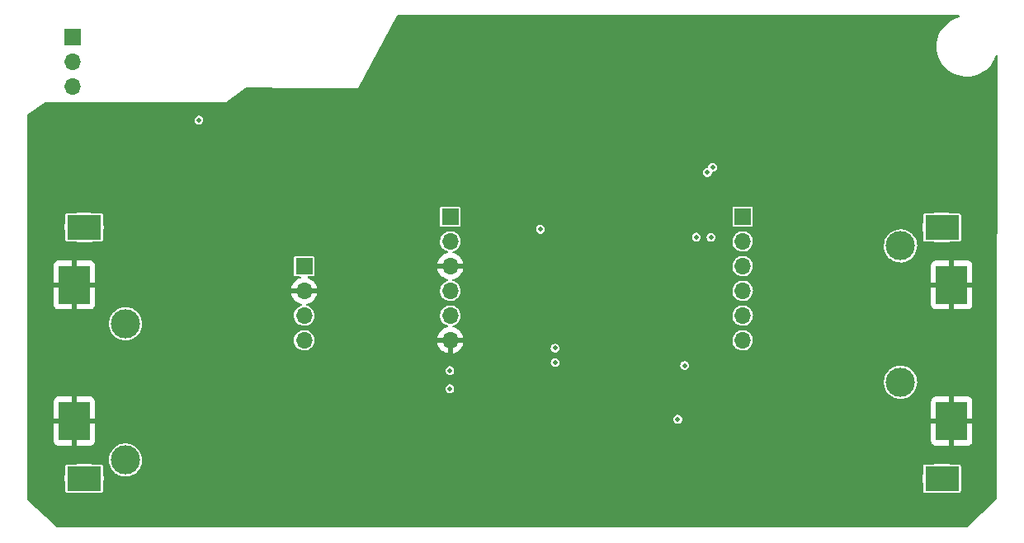
<source format=gbr>
G04 #@! TF.GenerationSoftware,KiCad,Pcbnew,6.0.2+dfsg-1*
G04 #@! TF.CreationDate,2022-08-30T21:03:38+10:00*
G04 #@! TF.ProjectId,AI.ABS.v1.single.ended.preamplifier,41492e41-4253-42e7-9631-2e73696e676c,rev?*
G04 #@! TF.SameCoordinates,Original*
G04 #@! TF.FileFunction,Copper,L2,Inr*
G04 #@! TF.FilePolarity,Positive*
%FSLAX45Y45*%
G04 Gerber Fmt 4.5, Leading zero omitted, Abs format (unit mm)*
G04 Created by KiCad (PCBNEW 6.0.2+dfsg-1) date 2022-08-30 21:03:38*
%MOMM*%
%LPD*%
G01*
G04 APERTURE LIST*
G04 #@! TA.AperFunction,ComponentPad*
%ADD10R,1.700000X1.700000*%
G04 #@! TD*
G04 #@! TA.AperFunction,ComponentPad*
%ADD11O,1.700000X1.700000*%
G04 #@! TD*
G04 #@! TA.AperFunction,WasherPad*
%ADD12R,3.500000X2.500000*%
G04 #@! TD*
G04 #@! TA.AperFunction,ComponentPad*
%ADD13C,3.000000*%
G04 #@! TD*
G04 #@! TA.AperFunction,ComponentPad*
%ADD14R,3.200000X4.000000*%
G04 #@! TD*
G04 #@! TA.AperFunction,ViaPad*
%ADD15C,0.500000*%
G04 #@! TD*
G04 APERTURE END LIST*
D10*
X16575000Y-12250000D03*
D11*
X16575000Y-12504000D03*
X16575000Y-12758000D03*
X16575000Y-13012000D03*
X16575000Y-13266000D03*
X16575000Y-13520000D03*
D10*
X13575000Y-12250000D03*
D11*
X13575000Y-12504000D03*
X13575000Y-12758000D03*
X13575000Y-13012000D03*
X13575000Y-13266000D03*
X13575000Y-13520000D03*
D10*
X12075000Y-12758000D03*
D11*
X12075000Y-13012000D03*
X12075000Y-13266000D03*
X12075000Y-13520000D03*
D10*
X9700000Y-10402000D03*
D11*
X9700000Y-10656000D03*
X9700000Y-10910000D03*
D12*
X9817500Y-12360000D03*
X9817500Y-14940000D03*
D13*
X10242500Y-13350000D03*
X10242500Y-14750000D03*
D14*
X9717500Y-12950000D03*
X9717500Y-14350000D03*
X18720000Y-12950000D03*
X18720000Y-14350000D03*
D13*
X18195000Y-12550000D03*
X18195000Y-13950000D03*
D12*
X18620000Y-12360000D03*
X18620000Y-14940000D03*
D15*
X11450000Y-11540000D03*
X11180000Y-11600000D03*
X10850000Y-11360000D03*
X11320000Y-11420000D03*
X11315000Y-11120000D03*
X12030000Y-10980000D03*
X10870000Y-11140000D03*
X11700000Y-11630000D03*
X11750000Y-11150000D03*
X14655000Y-13320000D03*
X15350000Y-13210000D03*
X15220000Y-13350000D03*
X14205000Y-13280000D03*
X10580000Y-11130000D03*
X15770000Y-14810000D03*
X14475000Y-14390000D03*
X15150000Y-14745000D03*
X12160000Y-15190000D03*
X11320000Y-14295000D03*
X11940000Y-14470000D03*
X11910000Y-13650000D03*
X11730000Y-13280000D03*
X11120000Y-12410000D03*
X11625000Y-12600000D03*
X12905000Y-13145000D03*
X12275000Y-14745000D03*
X12650000Y-14290000D03*
X12290000Y-13740000D03*
X12270000Y-13140000D03*
X12230000Y-14505000D03*
X12297500Y-12822500D03*
X15180000Y-12830000D03*
X15160000Y-13000000D03*
X11985000Y-12580000D03*
X11670000Y-13005000D03*
X11395000Y-13160000D03*
X9500000Y-11140000D03*
X9300000Y-11255000D03*
X9560000Y-12460000D03*
X10100000Y-12460000D03*
X9620000Y-13240000D03*
X9480000Y-12780000D03*
X9620000Y-14640000D03*
X9620000Y-13920000D03*
X9840000Y-13240000D03*
X9840000Y-13440000D03*
X9840000Y-14660000D03*
X10080000Y-14920000D03*
X9540000Y-14920000D03*
X9300000Y-15135000D03*
X18600000Y-14040000D03*
X18840000Y-14060000D03*
X18340000Y-13660000D03*
X18740000Y-13280000D03*
X19120000Y-13820000D03*
X19140000Y-13340000D03*
X18920000Y-12400000D03*
X18620000Y-12640000D03*
X18360000Y-12400000D03*
X18820000Y-12660000D03*
X12065000Y-11260000D03*
X18475000Y-10295000D03*
X19035000Y-10930000D03*
X16450000Y-13830000D03*
X15520000Y-13330000D03*
X14680000Y-14135000D03*
X15365000Y-14325000D03*
X15390000Y-13745000D03*
X15290000Y-14565000D03*
X14650000Y-14695000D03*
X13475000Y-14535000D03*
X13460000Y-14150000D03*
X13235000Y-13075000D03*
X13700000Y-13810000D03*
X14275000Y-14590000D03*
X15415000Y-14790000D03*
X14590000Y-14985000D03*
X14135000Y-15030000D03*
X19110000Y-15120000D03*
X18830000Y-15380000D03*
X16660000Y-15265000D03*
X13795000Y-15310000D03*
X12620000Y-15025000D03*
X13155000Y-14685000D03*
X13755000Y-12100000D03*
X12930000Y-12290000D03*
X12180000Y-13925000D03*
X11950000Y-13990000D03*
X10460000Y-13525000D03*
X10440000Y-14470000D03*
X10530000Y-13205000D03*
X10410000Y-11580000D03*
X10275000Y-11360000D03*
X9350000Y-12270000D03*
X9345000Y-13535000D03*
X9585000Y-15395000D03*
X12035000Y-14850000D03*
X11620000Y-15210000D03*
X12580000Y-13440000D03*
X15740000Y-12950000D03*
X15380000Y-12835000D03*
X16335000Y-13600000D03*
X15930000Y-12795000D03*
X14480000Y-13000000D03*
X13800000Y-14305000D03*
X13965000Y-12725000D03*
X12335000Y-14210000D03*
X12875000Y-13820000D03*
X10745000Y-12290000D03*
X17935000Y-11240000D03*
X17145000Y-14115000D03*
X18305000Y-12995000D03*
X17955000Y-12875000D03*
X17770000Y-14630000D03*
X10880000Y-14925000D03*
X10880000Y-13720000D03*
X9710000Y-11635000D03*
X12730000Y-10900000D03*
X15790000Y-11520000D03*
X12160000Y-11600000D03*
X16060000Y-10740000D03*
X16270000Y-11270000D03*
X16050000Y-11090000D03*
X16040000Y-10910000D03*
X16260000Y-12080000D03*
X16030000Y-11930000D03*
X16360000Y-11940000D03*
X16390000Y-11770000D03*
X16530000Y-11770000D03*
X16540000Y-11960000D03*
X16790000Y-12530000D03*
X16750000Y-12740000D03*
X17160000Y-12360000D03*
X16920000Y-12210000D03*
X16030000Y-12150000D03*
X15940000Y-12470000D03*
X16420000Y-13050000D03*
X16430000Y-13240000D03*
X16300000Y-13230000D03*
X16280000Y-12950000D03*
X16080000Y-12940000D03*
X16140000Y-13230000D03*
X16130000Y-13680000D03*
X16130000Y-13850000D03*
X16130000Y-14260000D03*
X16140000Y-14400000D03*
X16140000Y-14120000D03*
X16310000Y-14250000D03*
X16300000Y-14410000D03*
X16140000Y-14590000D03*
X17220000Y-13620000D03*
X17760000Y-14220000D03*
X17840000Y-14430000D03*
X17360000Y-13880000D03*
X14280000Y-11950000D03*
X14100000Y-12110000D03*
X14040000Y-11680000D03*
X13960000Y-11880000D03*
X11770000Y-11900000D03*
X12950000Y-11900000D03*
X13510000Y-11890000D03*
X12680000Y-12210000D03*
X11480000Y-11900000D03*
X11560000Y-11680000D03*
X13100000Y-10260000D03*
X14470000Y-10990000D03*
X14680000Y-10830000D03*
X15180000Y-10520000D03*
X15390000Y-11000000D03*
X15150000Y-10930000D03*
X13710000Y-10700000D03*
X14160000Y-11070000D03*
X14190000Y-11270000D03*
X13130000Y-11050000D03*
X13150000Y-11270000D03*
X14780000Y-11540000D03*
X14840000Y-11240000D03*
X15250000Y-11330000D03*
X15400000Y-12020000D03*
X15210000Y-11800000D03*
X14680000Y-11790000D03*
X14510000Y-11980000D03*
X14740000Y-12220000D03*
X14290000Y-12500000D03*
X14820000Y-12510000D03*
X15390000Y-12470000D03*
X15940000Y-13450000D03*
X14480000Y-12730000D03*
X14280000Y-12710000D03*
X15180000Y-14260000D03*
X15630000Y-15070000D03*
X12720000Y-12810000D03*
X16310000Y-10830000D03*
X16430000Y-10690000D03*
X14280000Y-12300000D03*
X13130000Y-12110000D03*
X13400000Y-12250000D03*
X13250000Y-12700000D03*
X13040000Y-12580000D03*
X10120000Y-13560000D03*
X10110000Y-13120000D03*
X14320000Y-12100000D03*
X14440000Y-12520000D03*
X14280000Y-13560000D03*
X14460000Y-13560000D03*
X14460000Y-13790000D03*
X14280000Y-13790000D03*
X14460000Y-13290000D03*
X14950000Y-13780000D03*
X15060000Y-13900000D03*
X15010000Y-13520000D03*
X13710000Y-14030000D03*
X14040000Y-13550000D03*
X14000000Y-13940000D03*
X16270000Y-12630000D03*
X16080000Y-12610000D03*
X16410000Y-12410000D03*
X14460000Y-12230000D03*
X16250000Y-12460000D03*
X16100000Y-12460000D03*
X16213483Y-11796517D03*
X16266517Y-11743483D03*
X13570000Y-14017500D03*
X14651250Y-13750000D03*
X13570000Y-13830000D03*
X14650000Y-13600000D03*
X15980000Y-13778750D03*
X15910000Y-14330000D03*
X10995500Y-11257500D03*
X14500000Y-12380000D03*
G04 #@! TA.AperFunction,Conductor*
G36*
X18801322Y-10181891D02*
G01*
X18804918Y-10186841D01*
X18804918Y-10192959D01*
X18801322Y-10197909D01*
X18798273Y-10199405D01*
X18771603Y-10207178D01*
X18771603Y-10207178D01*
X18771334Y-10207257D01*
X18738861Y-10220874D01*
X18738615Y-10221011D01*
X18738615Y-10221012D01*
X18735293Y-10222872D01*
X18708138Y-10238079D01*
X18679561Y-10258652D01*
X18653495Y-10282328D01*
X18630278Y-10308802D01*
X18610207Y-10337735D01*
X18593540Y-10368753D01*
X18593436Y-10369014D01*
X18593436Y-10369014D01*
X18583881Y-10392963D01*
X18580492Y-10401459D01*
X18580418Y-10401729D01*
X18580418Y-10401729D01*
X18571765Y-10433468D01*
X18571230Y-10435432D01*
X18571187Y-10435708D01*
X18571187Y-10435708D01*
X18566440Y-10466551D01*
X18565873Y-10470235D01*
X18565862Y-10470514D01*
X18565862Y-10470514D01*
X18564616Y-10502237D01*
X18564491Y-10505420D01*
X18564512Y-10505700D01*
X18567080Y-10540257D01*
X18567080Y-10540258D01*
X18567100Y-10540536D01*
X18573668Y-10575130D01*
X18584110Y-10608759D01*
X18598292Y-10640990D01*
X18598433Y-10641232D01*
X18598434Y-10641232D01*
X18608765Y-10658947D01*
X18616031Y-10671408D01*
X18637100Y-10699622D01*
X18661227Y-10725270D01*
X18688102Y-10748021D01*
X18717381Y-10767585D01*
X18717629Y-10767713D01*
X18717630Y-10767713D01*
X18739523Y-10778989D01*
X18748685Y-10783708D01*
X18748948Y-10783807D01*
X18748949Y-10783807D01*
X18781351Y-10796083D01*
X18781352Y-10796084D01*
X18781614Y-10796183D01*
X18815743Y-10804851D01*
X18850634Y-10809599D01*
X18850870Y-10809609D01*
X18850870Y-10809609D01*
X18862013Y-10810046D01*
X18862015Y-10810046D01*
X18862108Y-10810050D01*
X18883920Y-10810050D01*
X18903422Y-10808943D01*
X18909876Y-10808576D01*
X18909876Y-10808576D01*
X18910156Y-10808560D01*
X18910432Y-10808513D01*
X18910433Y-10808513D01*
X18944583Y-10802645D01*
X18944584Y-10802645D01*
X18944860Y-10802597D01*
X18945129Y-10802519D01*
X18945129Y-10802519D01*
X18978397Y-10792822D01*
X18978397Y-10792822D01*
X18978666Y-10792743D01*
X19011139Y-10779126D01*
X19041862Y-10761921D01*
X19070440Y-10741348D01*
X19096505Y-10717672D01*
X19097228Y-10716847D01*
X19119537Y-10691409D01*
X19119537Y-10691409D01*
X19119722Y-10691198D01*
X19139793Y-10662265D01*
X19156460Y-10631247D01*
X19165432Y-10608759D01*
X19169404Y-10598801D01*
X19169508Y-10598541D01*
X19170443Y-10595112D01*
X19173798Y-10589995D01*
X19179520Y-10587827D01*
X19185423Y-10589437D01*
X19189252Y-10594209D01*
X19189894Y-10597727D01*
X19185908Y-14285101D01*
X19185004Y-15121599D01*
X19184752Y-15123807D01*
X19184486Y-15124964D01*
X19184732Y-15126052D01*
X19184730Y-15126976D01*
X19184833Y-15128184D01*
X19183605Y-15151624D01*
X19181412Y-15157336D01*
X19180497Y-15158321D01*
X18878574Y-15441946D01*
X18873038Y-15444552D01*
X18872314Y-15444617D01*
X18868236Y-15444830D01*
X18867167Y-15444737D01*
X18866122Y-15444736D01*
X18865036Y-15444486D01*
X18863949Y-15444732D01*
X18863948Y-15444732D01*
X18863842Y-15444756D01*
X18861657Y-15445000D01*
X9553396Y-15445000D01*
X9551177Y-15444748D01*
X9550036Y-15444486D01*
X9548948Y-15444732D01*
X9548024Y-15444730D01*
X9546816Y-15444833D01*
X9542686Y-15444617D01*
X9542515Y-15444608D01*
X9536802Y-15442415D01*
X9536322Y-15442000D01*
X9419761Y-15334545D01*
X9234871Y-15164100D01*
X9231874Y-15158766D01*
X9231695Y-15157339D01*
X9230171Y-15128261D01*
X9230354Y-15126178D01*
X9230323Y-15126175D01*
X9230388Y-15125618D01*
X9230514Y-15125072D01*
X9230514Y-15125000D01*
X9230248Y-15123832D01*
X9230000Y-15121630D01*
X9230000Y-14950503D01*
X9617303Y-14950503D01*
X9621035Y-14974893D01*
X9621161Y-14975280D01*
X9621960Y-14977724D01*
X9622450Y-14980800D01*
X9622450Y-15066975D01*
X9623613Y-15072823D01*
X9628045Y-15079455D01*
X9634677Y-15083887D01*
X9635633Y-15084077D01*
X9635633Y-15084077D01*
X9637901Y-15084528D01*
X9640525Y-15085050D01*
X9727673Y-15085050D01*
X9730318Y-15085410D01*
X9738895Y-15087789D01*
X9738895Y-15087789D01*
X9739287Y-15087897D01*
X9739692Y-15087941D01*
X9739692Y-15087941D01*
X9747005Y-15088722D01*
X9759429Y-15090050D01*
X9873755Y-15090050D01*
X9873958Y-15090033D01*
X9873959Y-15090033D01*
X9891686Y-15088576D01*
X9891687Y-15088576D01*
X9892091Y-15088542D01*
X9892485Y-15088444D01*
X9892485Y-15088444D01*
X9904808Y-15085348D01*
X9907220Y-15085050D01*
X9994475Y-15085050D01*
X9997100Y-15084528D01*
X9999367Y-15084077D01*
X9999367Y-15084077D01*
X10000323Y-15083887D01*
X10006955Y-15079455D01*
X10011387Y-15072823D01*
X10012550Y-15066975D01*
X10012550Y-14981581D01*
X10012878Y-14979053D01*
X10012934Y-14978843D01*
X10013069Y-14978461D01*
X10017396Y-14954169D01*
X10017441Y-14950503D01*
X18419803Y-14950503D01*
X18423535Y-14974893D01*
X18423661Y-14975280D01*
X18424460Y-14977724D01*
X18424950Y-14980800D01*
X18424950Y-15066975D01*
X18426113Y-15072823D01*
X18430545Y-15079455D01*
X18437177Y-15083887D01*
X18438133Y-15084077D01*
X18438133Y-15084077D01*
X18440401Y-15084528D01*
X18443025Y-15085050D01*
X18530173Y-15085050D01*
X18532818Y-15085410D01*
X18541395Y-15087789D01*
X18541395Y-15087789D01*
X18541787Y-15087897D01*
X18542192Y-15087941D01*
X18542192Y-15087941D01*
X18549505Y-15088722D01*
X18561929Y-15090050D01*
X18676255Y-15090050D01*
X18676458Y-15090033D01*
X18676459Y-15090033D01*
X18694186Y-15088576D01*
X18694187Y-15088576D01*
X18694591Y-15088542D01*
X18694985Y-15088444D01*
X18694985Y-15088444D01*
X18707308Y-15085348D01*
X18709720Y-15085050D01*
X18796975Y-15085050D01*
X18799600Y-15084528D01*
X18801867Y-15084077D01*
X18801867Y-15084077D01*
X18802823Y-15083887D01*
X18809455Y-15079455D01*
X18813887Y-15072823D01*
X18815050Y-15066975D01*
X18815050Y-14981581D01*
X18815378Y-14979053D01*
X18815434Y-14978843D01*
X18815569Y-14978461D01*
X18819896Y-14954169D01*
X18820198Y-14929497D01*
X18816465Y-14905107D01*
X18815540Y-14902276D01*
X18815050Y-14899200D01*
X18815050Y-14813025D01*
X18813887Y-14807177D01*
X18809455Y-14800545D01*
X18802823Y-14796113D01*
X18801867Y-14795923D01*
X18801867Y-14795923D01*
X18799600Y-14795472D01*
X18796975Y-14794950D01*
X18709827Y-14794950D01*
X18707182Y-14794590D01*
X18698605Y-14792211D01*
X18698605Y-14792211D01*
X18698213Y-14792103D01*
X18697808Y-14792059D01*
X18697808Y-14792059D01*
X18690495Y-14791278D01*
X18678071Y-14789950D01*
X18563745Y-14789950D01*
X18563542Y-14789967D01*
X18563541Y-14789967D01*
X18545814Y-14791424D01*
X18545813Y-14791424D01*
X18545409Y-14791457D01*
X18545016Y-14791556D01*
X18545015Y-14791556D01*
X18532692Y-14794652D01*
X18530280Y-14794950D01*
X18443025Y-14794950D01*
X18440401Y-14795472D01*
X18438133Y-14795923D01*
X18438133Y-14795923D01*
X18437177Y-14796113D01*
X18430545Y-14800545D01*
X18426113Y-14807177D01*
X18424950Y-14813025D01*
X18424950Y-14898419D01*
X18424622Y-14900947D01*
X18424566Y-14901157D01*
X18424431Y-14901539D01*
X18420104Y-14925831D01*
X18419803Y-14950503D01*
X10017441Y-14950503D01*
X10017698Y-14929497D01*
X10013965Y-14905107D01*
X10013040Y-14902276D01*
X10012550Y-14899200D01*
X10012550Y-14813025D01*
X10011387Y-14807177D01*
X10006955Y-14800545D01*
X10000323Y-14796113D01*
X9999367Y-14795923D01*
X9999367Y-14795923D01*
X9997100Y-14795472D01*
X9994475Y-14794950D01*
X9907327Y-14794950D01*
X9904682Y-14794590D01*
X9896105Y-14792211D01*
X9896105Y-14792211D01*
X9895713Y-14792103D01*
X9895308Y-14792059D01*
X9895308Y-14792059D01*
X9887995Y-14791278D01*
X9875571Y-14789950D01*
X9761245Y-14789950D01*
X9761042Y-14789967D01*
X9761041Y-14789967D01*
X9743314Y-14791424D01*
X9743313Y-14791424D01*
X9742909Y-14791457D01*
X9742516Y-14791556D01*
X9742515Y-14791556D01*
X9730192Y-14794652D01*
X9727780Y-14794950D01*
X9640525Y-14794950D01*
X9637901Y-14795472D01*
X9635633Y-14795923D01*
X9635633Y-14795923D01*
X9634677Y-14796113D01*
X9628045Y-14800545D01*
X9623613Y-14807177D01*
X9622450Y-14813025D01*
X9622450Y-14898419D01*
X9622122Y-14900947D01*
X9622066Y-14901157D01*
X9621931Y-14901539D01*
X9617604Y-14925831D01*
X9617303Y-14950503D01*
X9230000Y-14950503D01*
X9230000Y-14745536D01*
X10072032Y-14745536D01*
X10073244Y-14770782D01*
X10078175Y-14795571D01*
X10078299Y-14795917D01*
X10078299Y-14795917D01*
X10080252Y-14801356D01*
X10086716Y-14819359D01*
X10098679Y-14841624D01*
X10113802Y-14861876D01*
X10131752Y-14879670D01*
X10132048Y-14879887D01*
X10132048Y-14879887D01*
X10142733Y-14887721D01*
X10152135Y-14894615D01*
X10174503Y-14906383D01*
X10174850Y-14906504D01*
X10174850Y-14906505D01*
X10183090Y-14909382D01*
X10198364Y-14914716D01*
X10223196Y-14919431D01*
X10236941Y-14919971D01*
X10248084Y-14920408D01*
X10248085Y-14920408D01*
X10248451Y-14920423D01*
X10273576Y-14917671D01*
X10285797Y-14914454D01*
X10297664Y-14911330D01*
X10297664Y-14911329D01*
X10298018Y-14911236D01*
X10321241Y-14901259D01*
X10325831Y-14898419D01*
X10342421Y-14888153D01*
X10342421Y-14888152D01*
X10342733Y-14887959D01*
X10362024Y-14871628D01*
X10370835Y-14861581D01*
X10378446Y-14852902D01*
X10378447Y-14852902D01*
X10378689Y-14852626D01*
X10392362Y-14831368D01*
X10397626Y-14819683D01*
X10402592Y-14808659D01*
X10402743Y-14808324D01*
X10404937Y-14800545D01*
X10407920Y-14789967D01*
X10409603Y-14783998D01*
X10412793Y-14758925D01*
X10413027Y-14750000D01*
X10413008Y-14749753D01*
X10413008Y-14749752D01*
X10411181Y-14725160D01*
X10411181Y-14725159D01*
X10411154Y-14724794D01*
X10405576Y-14700143D01*
X10396415Y-14676586D01*
X10383873Y-14654643D01*
X10368226Y-14634794D01*
X10367958Y-14634542D01*
X10367958Y-14634542D01*
X10350083Y-14617727D01*
X10349816Y-14617476D01*
X10329049Y-14603069D01*
X10324389Y-14600771D01*
X10306711Y-14592053D01*
X10306710Y-14592053D01*
X10306381Y-14591890D01*
X10306030Y-14591778D01*
X10306030Y-14591778D01*
X10290209Y-14586714D01*
X10282309Y-14584185D01*
X10281947Y-14584126D01*
X10281947Y-14584126D01*
X10257724Y-14580181D01*
X10257724Y-14580181D01*
X10257362Y-14580122D01*
X10256996Y-14580117D01*
X10256996Y-14580117D01*
X10244726Y-14579957D01*
X10232090Y-14579791D01*
X10231727Y-14579841D01*
X10231726Y-14579841D01*
X10215770Y-14582012D01*
X10207046Y-14583200D01*
X10182780Y-14590272D01*
X10159827Y-14600854D01*
X10138690Y-14614712D01*
X10119833Y-14631542D01*
X10119599Y-14631824D01*
X10119599Y-14631824D01*
X10103907Y-14650692D01*
X10103672Y-14650975D01*
X10090560Y-14672582D01*
X10080785Y-14695891D01*
X10074564Y-14720388D01*
X10072032Y-14745536D01*
X9230000Y-14745536D01*
X9230000Y-14554541D01*
X9506700Y-14554541D01*
X9506729Y-14555075D01*
X9507308Y-14560403D01*
X9507593Y-14561602D01*
X9512235Y-14573985D01*
X9512906Y-14575211D01*
X9520786Y-14585726D01*
X9521774Y-14586714D01*
X9532289Y-14594594D01*
X9533515Y-14595265D01*
X9545898Y-14599907D01*
X9547097Y-14600192D01*
X9552425Y-14600771D01*
X9552959Y-14600800D01*
X9690532Y-14600800D01*
X9691801Y-14600388D01*
X9692100Y-14599976D01*
X9692100Y-14599232D01*
X9742900Y-14599232D01*
X9743312Y-14600500D01*
X9743724Y-14600800D01*
X9882041Y-14600800D01*
X9882575Y-14600771D01*
X9887904Y-14600192D01*
X9889102Y-14599907D01*
X9901486Y-14595265D01*
X9902711Y-14594594D01*
X9913226Y-14586714D01*
X9914214Y-14585726D01*
X9922094Y-14575211D01*
X9922765Y-14573985D01*
X9927407Y-14561602D01*
X9927692Y-14560403D01*
X9928271Y-14555075D01*
X9928300Y-14554541D01*
X9928300Y-14554541D01*
X18509200Y-14554541D01*
X18509229Y-14555075D01*
X18509808Y-14560403D01*
X18510093Y-14561602D01*
X18514735Y-14573985D01*
X18515406Y-14575211D01*
X18523286Y-14585726D01*
X18524274Y-14586714D01*
X18534789Y-14594594D01*
X18536015Y-14595265D01*
X18548398Y-14599907D01*
X18549597Y-14600192D01*
X18554925Y-14600771D01*
X18555459Y-14600800D01*
X18693032Y-14600800D01*
X18694301Y-14600388D01*
X18694600Y-14599976D01*
X18694600Y-14599232D01*
X18745400Y-14599232D01*
X18745812Y-14600500D01*
X18746224Y-14600800D01*
X18884541Y-14600800D01*
X18885075Y-14600771D01*
X18890404Y-14600192D01*
X18891602Y-14599907D01*
X18903986Y-14595265D01*
X18905211Y-14594594D01*
X18915726Y-14586714D01*
X18916714Y-14585726D01*
X18924594Y-14575211D01*
X18925265Y-14573985D01*
X18929907Y-14561602D01*
X18930192Y-14560403D01*
X18930771Y-14555075D01*
X18930800Y-14554541D01*
X18930800Y-14376968D01*
X18930388Y-14375699D01*
X18929976Y-14375400D01*
X18746968Y-14375400D01*
X18745700Y-14375812D01*
X18745400Y-14376224D01*
X18745400Y-14599232D01*
X18694600Y-14599232D01*
X18694600Y-14376968D01*
X18694188Y-14375699D01*
X18693776Y-14375400D01*
X18510768Y-14375400D01*
X18509500Y-14375812D01*
X18509200Y-14376224D01*
X18509200Y-14554541D01*
X9928300Y-14554541D01*
X9928300Y-14376968D01*
X9927888Y-14375699D01*
X9927476Y-14375400D01*
X9744468Y-14375400D01*
X9743200Y-14375812D01*
X9742900Y-14376224D01*
X9742900Y-14599232D01*
X9692100Y-14599232D01*
X9692100Y-14376968D01*
X9691688Y-14375699D01*
X9691276Y-14375400D01*
X9508268Y-14375400D01*
X9507000Y-14375812D01*
X9506700Y-14376224D01*
X9506700Y-14554541D01*
X9230000Y-14554541D01*
X9230000Y-14329444D01*
X15864490Y-14329444D01*
X15864582Y-14330144D01*
X15864582Y-14330144D01*
X15864708Y-14331112D01*
X15866163Y-14342239D01*
X15866447Y-14342884D01*
X15866447Y-14342885D01*
X15867146Y-14344472D01*
X15871360Y-14354051D01*
X15875512Y-14358990D01*
X15879210Y-14363389D01*
X15879210Y-14363389D01*
X15879664Y-14363929D01*
X15890406Y-14371080D01*
X15891079Y-14371290D01*
X15891079Y-14371290D01*
X15896565Y-14373004D01*
X15902723Y-14374928D01*
X15909174Y-14375046D01*
X15914920Y-14375151D01*
X15914920Y-14375151D01*
X15915625Y-14375164D01*
X15916306Y-14374979D01*
X15916306Y-14374979D01*
X15920483Y-14373840D01*
X15928075Y-14371770D01*
X15939072Y-14365018D01*
X15947732Y-14355451D01*
X15953359Y-14343837D01*
X15955500Y-14331112D01*
X15955513Y-14330000D01*
X15954515Y-14323032D01*
X18509200Y-14323032D01*
X18509612Y-14324300D01*
X18510024Y-14324600D01*
X18693032Y-14324600D01*
X18694301Y-14324188D01*
X18694600Y-14323776D01*
X18694600Y-14323032D01*
X18745400Y-14323032D01*
X18745812Y-14324300D01*
X18746224Y-14324600D01*
X18929232Y-14324600D01*
X18930500Y-14324188D01*
X18930800Y-14323776D01*
X18930800Y-14145459D01*
X18930771Y-14144925D01*
X18930192Y-14139596D01*
X18929907Y-14138398D01*
X18925265Y-14126014D01*
X18924594Y-14124789D01*
X18916714Y-14114274D01*
X18915726Y-14113286D01*
X18905211Y-14105406D01*
X18903986Y-14104735D01*
X18891602Y-14100093D01*
X18890403Y-14099808D01*
X18885075Y-14099229D01*
X18884541Y-14099200D01*
X18746968Y-14099200D01*
X18745700Y-14099612D01*
X18745400Y-14100024D01*
X18745400Y-14323032D01*
X18694600Y-14323032D01*
X18694600Y-14100768D01*
X18694188Y-14099500D01*
X18693776Y-14099200D01*
X18555459Y-14099200D01*
X18554925Y-14099229D01*
X18549597Y-14099808D01*
X18548398Y-14100093D01*
X18536015Y-14104735D01*
X18534789Y-14105406D01*
X18524274Y-14113286D01*
X18523286Y-14114274D01*
X18515406Y-14124789D01*
X18514735Y-14126014D01*
X18510093Y-14138398D01*
X18509808Y-14139597D01*
X18509229Y-14144925D01*
X18509200Y-14145459D01*
X18509200Y-14323032D01*
X15954515Y-14323032D01*
X15953684Y-14317226D01*
X15948343Y-14305479D01*
X15939919Y-14295703D01*
X15939328Y-14295319D01*
X15939327Y-14295319D01*
X15929682Y-14289068D01*
X15929091Y-14288684D01*
X15928415Y-14288482D01*
X15928415Y-14288482D01*
X15924133Y-14287202D01*
X15916727Y-14284987D01*
X15909064Y-14284940D01*
X15904528Y-14284912D01*
X15903823Y-14284908D01*
X15903145Y-14285101D01*
X15903145Y-14285101D01*
X15892093Y-14288260D01*
X15892093Y-14288260D01*
X15891415Y-14288454D01*
X15880502Y-14295340D01*
X15871960Y-14305012D01*
X15866475Y-14316693D01*
X15864490Y-14329444D01*
X9230000Y-14329444D01*
X9230000Y-14323032D01*
X9506700Y-14323032D01*
X9507112Y-14324300D01*
X9507524Y-14324600D01*
X9690532Y-14324600D01*
X9691801Y-14324188D01*
X9692100Y-14323776D01*
X9692100Y-14323032D01*
X9742900Y-14323032D01*
X9743312Y-14324300D01*
X9743724Y-14324600D01*
X9926732Y-14324600D01*
X9928000Y-14324188D01*
X9928300Y-14323776D01*
X9928300Y-14145459D01*
X9928271Y-14144925D01*
X9927692Y-14139596D01*
X9927407Y-14138398D01*
X9922765Y-14126014D01*
X9922094Y-14124789D01*
X9914214Y-14114274D01*
X9913226Y-14113286D01*
X9902711Y-14105406D01*
X9901486Y-14104735D01*
X9889102Y-14100093D01*
X9887903Y-14099808D01*
X9882575Y-14099229D01*
X9882041Y-14099200D01*
X9744468Y-14099200D01*
X9743200Y-14099612D01*
X9742900Y-14100024D01*
X9742900Y-14323032D01*
X9692100Y-14323032D01*
X9692100Y-14100768D01*
X9691688Y-14099500D01*
X9691276Y-14099200D01*
X9552959Y-14099200D01*
X9552425Y-14099229D01*
X9547097Y-14099808D01*
X9545898Y-14100093D01*
X9533515Y-14104735D01*
X9532289Y-14105406D01*
X9521774Y-14113286D01*
X9520786Y-14114274D01*
X9512906Y-14124789D01*
X9512235Y-14126014D01*
X9507593Y-14138398D01*
X9507308Y-14139597D01*
X9506729Y-14144925D01*
X9506700Y-14145459D01*
X9506700Y-14323032D01*
X9230000Y-14323032D01*
X9230000Y-14016944D01*
X13524490Y-14016944D01*
X13524582Y-14017644D01*
X13524582Y-14017644D01*
X13524708Y-14018612D01*
X13526163Y-14029739D01*
X13526447Y-14030384D01*
X13526447Y-14030385D01*
X13527146Y-14031972D01*
X13531360Y-14041551D01*
X13535512Y-14046490D01*
X13539210Y-14050889D01*
X13539210Y-14050889D01*
X13539664Y-14051429D01*
X13550406Y-14058580D01*
X13551079Y-14058790D01*
X13551079Y-14058790D01*
X13556565Y-14060504D01*
X13562723Y-14062428D01*
X13569174Y-14062546D01*
X13574920Y-14062651D01*
X13574920Y-14062651D01*
X13575625Y-14062664D01*
X13576306Y-14062479D01*
X13576306Y-14062479D01*
X13580483Y-14061340D01*
X13588075Y-14059270D01*
X13599072Y-14052518D01*
X13607732Y-14042951D01*
X13613359Y-14031337D01*
X13615319Y-14019683D01*
X13615436Y-14018989D01*
X13615436Y-14018989D01*
X13615500Y-14018612D01*
X13615513Y-14017500D01*
X13613684Y-14004726D01*
X13609679Y-13995917D01*
X13608635Y-13993621D01*
X13608635Y-13993621D01*
X13608343Y-13992979D01*
X13600909Y-13984352D01*
X13600380Y-13983737D01*
X13600380Y-13983737D01*
X13599919Y-13983203D01*
X13599328Y-13982819D01*
X13599327Y-13982819D01*
X13589682Y-13976568D01*
X13589091Y-13976184D01*
X13588415Y-13975982D01*
X13588415Y-13975982D01*
X13584133Y-13974702D01*
X13576727Y-13972487D01*
X13569064Y-13972440D01*
X13564528Y-13972412D01*
X13563823Y-13972408D01*
X13563145Y-13972601D01*
X13563145Y-13972601D01*
X13552093Y-13975760D01*
X13552093Y-13975760D01*
X13551415Y-13975954D01*
X13540502Y-13982840D01*
X13531960Y-13992512D01*
X13526475Y-14004193D01*
X13524490Y-14016944D01*
X9230000Y-14016944D01*
X9230000Y-13945536D01*
X18024532Y-13945536D01*
X18025744Y-13970782D01*
X18028444Y-13984352D01*
X18030194Y-13993150D01*
X18030675Y-13995571D01*
X18030799Y-13995917D01*
X18030799Y-13995917D01*
X18038412Y-14017121D01*
X18039216Y-14019359D01*
X18051179Y-14041624D01*
X18051399Y-14041919D01*
X18063841Y-14058580D01*
X18066302Y-14061876D01*
X18084252Y-14079670D01*
X18084548Y-14079887D01*
X18084548Y-14079887D01*
X18095233Y-14087721D01*
X18104635Y-14094615D01*
X18127003Y-14106383D01*
X18127350Y-14106504D01*
X18127350Y-14106505D01*
X18135590Y-14109382D01*
X18150864Y-14114716D01*
X18175696Y-14119431D01*
X18189441Y-14119971D01*
X18200584Y-14120408D01*
X18200585Y-14120408D01*
X18200951Y-14120423D01*
X18226076Y-14117671D01*
X18242732Y-14113286D01*
X18250164Y-14111330D01*
X18250164Y-14111329D01*
X18250518Y-14111236D01*
X18273741Y-14101259D01*
X18274053Y-14101066D01*
X18294921Y-14088153D01*
X18294921Y-14088152D01*
X18295233Y-14087959D01*
X18314524Y-14071628D01*
X18325685Y-14058901D01*
X18330946Y-14052902D01*
X18330947Y-14052902D01*
X18331189Y-14052626D01*
X18331595Y-14051995D01*
X18337820Y-14042316D01*
X18344862Y-14031368D01*
X18345911Y-14029040D01*
X18355092Y-14008659D01*
X18355243Y-14008324D01*
X18362103Y-13983998D01*
X18365293Y-13958925D01*
X18365527Y-13950000D01*
X18365508Y-13949753D01*
X18365508Y-13949752D01*
X18363681Y-13925160D01*
X18363681Y-13925159D01*
X18363654Y-13924794D01*
X18358076Y-13900143D01*
X18348915Y-13876586D01*
X18336373Y-13854643D01*
X18320726Y-13834794D01*
X18320458Y-13834542D01*
X18320458Y-13834542D01*
X18308685Y-13823467D01*
X18302316Y-13817476D01*
X18281549Y-13803069D01*
X18281219Y-13802907D01*
X18259211Y-13792053D01*
X18259210Y-13792053D01*
X18258881Y-13791890D01*
X18258530Y-13791778D01*
X18258530Y-13791778D01*
X18244011Y-13787130D01*
X18234809Y-13784185D01*
X18234447Y-13784126D01*
X18234447Y-13784126D01*
X18210224Y-13780181D01*
X18210224Y-13780181D01*
X18209862Y-13780122D01*
X18209496Y-13780117D01*
X18209496Y-13780117D01*
X18197226Y-13779957D01*
X18184590Y-13779791D01*
X18184227Y-13779841D01*
X18184226Y-13779841D01*
X18168270Y-13782012D01*
X18159546Y-13783200D01*
X18135280Y-13790272D01*
X18112327Y-13800854D01*
X18096579Y-13811178D01*
X18092067Y-13814137D01*
X18091190Y-13814712D01*
X18090917Y-13814956D01*
X18090917Y-13814956D01*
X18075465Y-13828747D01*
X18072333Y-13831542D01*
X18072099Y-13831824D01*
X18072099Y-13831824D01*
X18062107Y-13843837D01*
X18056172Y-13850975D01*
X18043060Y-13872582D01*
X18033285Y-13895891D01*
X18027064Y-13920388D01*
X18024532Y-13945536D01*
X9230000Y-13945536D01*
X9230000Y-13829444D01*
X13524490Y-13829444D01*
X13524582Y-13830144D01*
X13524582Y-13830144D01*
X13524708Y-13831112D01*
X13526163Y-13842239D01*
X13526447Y-13842884D01*
X13526447Y-13842885D01*
X13530145Y-13851289D01*
X13531360Y-13854051D01*
X13535512Y-13858990D01*
X13539210Y-13863389D01*
X13539210Y-13863389D01*
X13539664Y-13863929D01*
X13550406Y-13871080D01*
X13551079Y-13871290D01*
X13551079Y-13871290D01*
X13556302Y-13872922D01*
X13562723Y-13874928D01*
X13569174Y-13875046D01*
X13574920Y-13875151D01*
X13574920Y-13875151D01*
X13575625Y-13875164D01*
X13576306Y-13874979D01*
X13576306Y-13874979D01*
X13580483Y-13873840D01*
X13588075Y-13871770D01*
X13599072Y-13865018D01*
X13607732Y-13855451D01*
X13613359Y-13843837D01*
X13614460Y-13837294D01*
X13615436Y-13831489D01*
X13615436Y-13831489D01*
X13615500Y-13831112D01*
X13615513Y-13830000D01*
X13613684Y-13817226D01*
X13608343Y-13805479D01*
X13599919Y-13795703D01*
X13599328Y-13795319D01*
X13599327Y-13795319D01*
X13589682Y-13789068D01*
X13589091Y-13788684D01*
X13588415Y-13788482D01*
X13588415Y-13788482D01*
X13578066Y-13785387D01*
X13576727Y-13784987D01*
X13569064Y-13784940D01*
X13564528Y-13784912D01*
X13563823Y-13784908D01*
X13563145Y-13785101D01*
X13563145Y-13785101D01*
X13552093Y-13788260D01*
X13552093Y-13788260D01*
X13551415Y-13788454D01*
X13550819Y-13788830D01*
X13548533Y-13790272D01*
X13540502Y-13795340D01*
X13531960Y-13805012D01*
X13526475Y-13816693D01*
X13524490Y-13829444D01*
X9230000Y-13829444D01*
X9230000Y-13749444D01*
X14605740Y-13749444D01*
X14605832Y-13750144D01*
X14605832Y-13750144D01*
X14605958Y-13751112D01*
X14607413Y-13762239D01*
X14607697Y-13762884D01*
X14607697Y-13762885D01*
X14609365Y-13766674D01*
X14612610Y-13774051D01*
X14615507Y-13777497D01*
X14620460Y-13783389D01*
X14620460Y-13783389D01*
X14620914Y-13783929D01*
X14631656Y-13791080D01*
X14632329Y-13791290D01*
X14632329Y-13791290D01*
X14637815Y-13793004D01*
X14643973Y-13794928D01*
X14650424Y-13795046D01*
X14656170Y-13795151D01*
X14656170Y-13795151D01*
X14656875Y-13795164D01*
X14657556Y-13794979D01*
X14657556Y-13794979D01*
X14663998Y-13793222D01*
X14669325Y-13791770D01*
X14680322Y-13785018D01*
X14681875Y-13783302D01*
X14686499Y-13778194D01*
X15934490Y-13778194D01*
X15934582Y-13778894D01*
X15934582Y-13778894D01*
X15934699Y-13779791D01*
X15936163Y-13790989D01*
X15936447Y-13791634D01*
X15936447Y-13791635D01*
X15941076Y-13802155D01*
X15941360Y-13802801D01*
X15943756Y-13805650D01*
X15949210Y-13812139D01*
X15949210Y-13812139D01*
X15949664Y-13812679D01*
X15960406Y-13819830D01*
X15961079Y-13820040D01*
X15961079Y-13820040D01*
X15966565Y-13821754D01*
X15972723Y-13823678D01*
X15979174Y-13823796D01*
X15984920Y-13823901D01*
X15984920Y-13823901D01*
X15985625Y-13823914D01*
X15986306Y-13823729D01*
X15986306Y-13823729D01*
X15990483Y-13822590D01*
X15998075Y-13820520D01*
X16009072Y-13813768D01*
X16010547Y-13812139D01*
X16017259Y-13804723D01*
X16017259Y-13804723D01*
X16017732Y-13804201D01*
X16023359Y-13792587D01*
X16024772Y-13784185D01*
X16025436Y-13780239D01*
X16025436Y-13780239D01*
X16025500Y-13779862D01*
X16025513Y-13778750D01*
X16023684Y-13765976D01*
X16018343Y-13754229D01*
X16009919Y-13744453D01*
X16009328Y-13744069D01*
X16009327Y-13744069D01*
X15999682Y-13737818D01*
X15999091Y-13737434D01*
X15998415Y-13737232D01*
X15998415Y-13737232D01*
X15994133Y-13735952D01*
X15986727Y-13733737D01*
X15979064Y-13733690D01*
X15974528Y-13733662D01*
X15973823Y-13733658D01*
X15973145Y-13733851D01*
X15973145Y-13733851D01*
X15962093Y-13737010D01*
X15962093Y-13737010D01*
X15961415Y-13737204D01*
X15950502Y-13744090D01*
X15941960Y-13753762D01*
X15936475Y-13765443D01*
X15934490Y-13778194D01*
X14686499Y-13778194D01*
X14688509Y-13775973D01*
X14688509Y-13775973D01*
X14688982Y-13775451D01*
X14693493Y-13766140D01*
X14694301Y-13764472D01*
X14694301Y-13764472D01*
X14694609Y-13763837D01*
X14696196Y-13754400D01*
X14696686Y-13751489D01*
X14696686Y-13751489D01*
X14696750Y-13751112D01*
X14696763Y-13750000D01*
X14694934Y-13737226D01*
X14689593Y-13725479D01*
X14681169Y-13715703D01*
X14680578Y-13715319D01*
X14680577Y-13715319D01*
X14670932Y-13709068D01*
X14670341Y-13708684D01*
X14669665Y-13708482D01*
X14669665Y-13708482D01*
X14665383Y-13707202D01*
X14657977Y-13704987D01*
X14650314Y-13704940D01*
X14645778Y-13704912D01*
X14645073Y-13704908D01*
X14644395Y-13705101D01*
X14644395Y-13705101D01*
X14633343Y-13708260D01*
X14633343Y-13708260D01*
X14632665Y-13708454D01*
X14621752Y-13715340D01*
X14613210Y-13725012D01*
X14607725Y-13736693D01*
X14605740Y-13749444D01*
X9230000Y-13749444D01*
X9230000Y-13345536D01*
X10072032Y-13345536D01*
X10073244Y-13370782D01*
X10078175Y-13395571D01*
X10078299Y-13395917D01*
X10078299Y-13395917D01*
X10081538Y-13404937D01*
X10086716Y-13419359D01*
X10098679Y-13441624D01*
X10113802Y-13461876D01*
X10131752Y-13479670D01*
X10132048Y-13479887D01*
X10132048Y-13479887D01*
X10142733Y-13487721D01*
X10152135Y-13494615D01*
X10174503Y-13506383D01*
X10174850Y-13506504D01*
X10174850Y-13506505D01*
X10183090Y-13509382D01*
X10198364Y-13514716D01*
X10223196Y-13519431D01*
X10236941Y-13519971D01*
X10248084Y-13520408D01*
X10248085Y-13520408D01*
X10248451Y-13520423D01*
X10265770Y-13518526D01*
X11969452Y-13518526D01*
X11971176Y-13539055D01*
X11971309Y-13539520D01*
X11971309Y-13539520D01*
X11976683Y-13558260D01*
X11976854Y-13558859D01*
X11986271Y-13577182D01*
X11999068Y-13593327D01*
X11999436Y-13593640D01*
X11999436Y-13593640D01*
X12010702Y-13603228D01*
X12014756Y-13606679D01*
X12015179Y-13606915D01*
X12015179Y-13606915D01*
X12025860Y-13612885D01*
X12032740Y-13616730D01*
X12033200Y-13616879D01*
X12051872Y-13622946D01*
X12051873Y-13622946D01*
X12052333Y-13623096D01*
X12072789Y-13625535D01*
X12073272Y-13625498D01*
X12073272Y-13625498D01*
X12080054Y-13624976D01*
X12093330Y-13623955D01*
X12113172Y-13618414D01*
X12113604Y-13618197D01*
X12113604Y-13618196D01*
X12131129Y-13609344D01*
X12131129Y-13609344D01*
X12131561Y-13609126D01*
X12132229Y-13608603D01*
X12147413Y-13596741D01*
X12147414Y-13596740D01*
X12147795Y-13596442D01*
X12161256Y-13580847D01*
X12163123Y-13577561D01*
X12171193Y-13563355D01*
X12171193Y-13563355D01*
X12171432Y-13562934D01*
X12172034Y-13561126D01*
X12176832Y-13546701D01*
X13441804Y-13546701D01*
X13444881Y-13560352D01*
X13445123Y-13561126D01*
X13453218Y-13581062D01*
X13453584Y-13581786D01*
X13464827Y-13600132D01*
X13465306Y-13600787D01*
X13479393Y-13617050D01*
X13479973Y-13617618D01*
X13496529Y-13631363D01*
X13497192Y-13631827D01*
X13515771Y-13642684D01*
X13516501Y-13643033D01*
X13536604Y-13650710D01*
X13537381Y-13650936D01*
X13548064Y-13653109D01*
X13549385Y-13652959D01*
X13549600Y-13652140D01*
X13549600Y-13652095D01*
X13600400Y-13652095D01*
X13600812Y-13653364D01*
X13600965Y-13653475D01*
X13601488Y-13653524D01*
X13602929Y-13653339D01*
X13603720Y-13653171D01*
X13624330Y-13646988D01*
X13625085Y-13646692D01*
X13644409Y-13637225D01*
X13645105Y-13636810D01*
X13662623Y-13624315D01*
X13663241Y-13623792D01*
X13678483Y-13608603D01*
X13679009Y-13607986D01*
X13685147Y-13599444D01*
X14604490Y-13599444D01*
X14604582Y-13600144D01*
X14604582Y-13600144D01*
X14604666Y-13600787D01*
X14606163Y-13612239D01*
X14606447Y-13612884D01*
X14606447Y-13612885D01*
X14611076Y-13623405D01*
X14611360Y-13624051D01*
X14615512Y-13628990D01*
X14619210Y-13633389D01*
X14619210Y-13633389D01*
X14619664Y-13633929D01*
X14630406Y-13641080D01*
X14631079Y-13641290D01*
X14631079Y-13641290D01*
X14635541Y-13642684D01*
X14642723Y-13644928D01*
X14649174Y-13645046D01*
X14654920Y-13645151D01*
X14654920Y-13645151D01*
X14655625Y-13645164D01*
X14656306Y-13644979D01*
X14656306Y-13644979D01*
X14660483Y-13643840D01*
X14668075Y-13641770D01*
X14679072Y-13635018D01*
X14681961Y-13631827D01*
X14687259Y-13625973D01*
X14687259Y-13625973D01*
X14687732Y-13625451D01*
X14693359Y-13613837D01*
X14695500Y-13601112D01*
X14695513Y-13600000D01*
X14693684Y-13587226D01*
X14689117Y-13577182D01*
X14688635Y-13576121D01*
X14688635Y-13576121D01*
X14688343Y-13575479D01*
X14679919Y-13565703D01*
X14679328Y-13565319D01*
X14679327Y-13565319D01*
X14669682Y-13559068D01*
X14669091Y-13558684D01*
X14668415Y-13558482D01*
X14668415Y-13558482D01*
X14664133Y-13557202D01*
X14656727Y-13554987D01*
X14649064Y-13554940D01*
X14644528Y-13554912D01*
X14643823Y-13554908D01*
X14643145Y-13555101D01*
X14643145Y-13555101D01*
X14632093Y-13558260D01*
X14632093Y-13558260D01*
X14631415Y-13558454D01*
X14620502Y-13565340D01*
X14611960Y-13575012D01*
X14606475Y-13586693D01*
X14604490Y-13599444D01*
X13685147Y-13599444D01*
X13691565Y-13590512D01*
X13691982Y-13589818D01*
X13701516Y-13570527D01*
X13701814Y-13569774D01*
X13708070Y-13549184D01*
X13708241Y-13548394D01*
X13708430Y-13546955D01*
X13708187Y-13545643D01*
X13708057Y-13545519D01*
X13707529Y-13545400D01*
X13601968Y-13545400D01*
X13600699Y-13545812D01*
X13600400Y-13546224D01*
X13600400Y-13652095D01*
X13549600Y-13652095D01*
X13549600Y-13546968D01*
X13549188Y-13545699D01*
X13548776Y-13545400D01*
X13443079Y-13545400D01*
X13441846Y-13545801D01*
X13441804Y-13546701D01*
X12176832Y-13546701D01*
X12177782Y-13543845D01*
X12177782Y-13543845D01*
X12177935Y-13543386D01*
X12180517Y-13522947D01*
X12180558Y-13520000D01*
X12180414Y-13518526D01*
X16469452Y-13518526D01*
X16471176Y-13539055D01*
X16471309Y-13539520D01*
X16471309Y-13539520D01*
X16476683Y-13558260D01*
X16476854Y-13558859D01*
X16486271Y-13577182D01*
X16499068Y-13593327D01*
X16499436Y-13593640D01*
X16499436Y-13593640D01*
X16510702Y-13603228D01*
X16514756Y-13606679D01*
X16515179Y-13606915D01*
X16515179Y-13606915D01*
X16525860Y-13612885D01*
X16532740Y-13616730D01*
X16533200Y-13616879D01*
X16551872Y-13622946D01*
X16551873Y-13622946D01*
X16552333Y-13623096D01*
X16572789Y-13625535D01*
X16573272Y-13625498D01*
X16573272Y-13625498D01*
X16580054Y-13624976D01*
X16593330Y-13623955D01*
X16613172Y-13618414D01*
X16613604Y-13618197D01*
X16613604Y-13618196D01*
X16631129Y-13609344D01*
X16631129Y-13609344D01*
X16631561Y-13609126D01*
X16632229Y-13608603D01*
X16647413Y-13596741D01*
X16647414Y-13596740D01*
X16647795Y-13596442D01*
X16661256Y-13580847D01*
X16663123Y-13577561D01*
X16671193Y-13563355D01*
X16671193Y-13563355D01*
X16671432Y-13562934D01*
X16672034Y-13561126D01*
X16677782Y-13543845D01*
X16677782Y-13543845D01*
X16677935Y-13543386D01*
X16680517Y-13522947D01*
X16680558Y-13520000D01*
X16680321Y-13517578D01*
X16678595Y-13499978D01*
X16678595Y-13499978D01*
X16678548Y-13499497D01*
X16672593Y-13479775D01*
X16662922Y-13461585D01*
X16649901Y-13445620D01*
X16639723Y-13437200D01*
X16634400Y-13432796D01*
X16634400Y-13432796D01*
X16634027Y-13432488D01*
X16615905Y-13422690D01*
X16606193Y-13419683D01*
X16596687Y-13416741D01*
X16596687Y-13416741D01*
X16596225Y-13416598D01*
X16595745Y-13416547D01*
X16595744Y-13416547D01*
X16576218Y-13414495D01*
X16576218Y-13414495D01*
X16575737Y-13414444D01*
X16569735Y-13414990D01*
X16555702Y-13416267D01*
X16555702Y-13416268D01*
X16555220Y-13416311D01*
X16535457Y-13422128D01*
X16535029Y-13422352D01*
X16535029Y-13422352D01*
X16533943Y-13422920D01*
X16517200Y-13431673D01*
X16516823Y-13431976D01*
X16501522Y-13444278D01*
X16501522Y-13444278D01*
X16501145Y-13444581D01*
X16500833Y-13444953D01*
X16500833Y-13444953D01*
X16494395Y-13452626D01*
X16487902Y-13460363D01*
X16487669Y-13460788D01*
X16487669Y-13460788D01*
X16487071Y-13461876D01*
X16477978Y-13478416D01*
X16477831Y-13478877D01*
X16477831Y-13478878D01*
X16477400Y-13480238D01*
X16471748Y-13498053D01*
X16471694Y-13498534D01*
X16471694Y-13498534D01*
X16469558Y-13517578D01*
X16469452Y-13518526D01*
X12180414Y-13518526D01*
X12180321Y-13517578D01*
X12178595Y-13499978D01*
X12178595Y-13499978D01*
X12178548Y-13499497D01*
X12176749Y-13493538D01*
X13441406Y-13493538D01*
X13441576Y-13494346D01*
X13441757Y-13494510D01*
X13442179Y-13494600D01*
X13707078Y-13494600D01*
X13708273Y-13494212D01*
X13708306Y-13493246D01*
X13704095Y-13476481D01*
X13703833Y-13475713D01*
X13695253Y-13455981D01*
X13694870Y-13455266D01*
X13683183Y-13437200D01*
X13682688Y-13436557D01*
X13668206Y-13420643D01*
X13667614Y-13420090D01*
X13650727Y-13406753D01*
X13650052Y-13406305D01*
X13631214Y-13395906D01*
X13630475Y-13395574D01*
X13610192Y-13388391D01*
X13609408Y-13388184D01*
X13602459Y-13386946D01*
X13597062Y-13384064D01*
X13594389Y-13378560D01*
X13595462Y-13372537D01*
X13599871Y-13368294D01*
X13601533Y-13367664D01*
X13605987Y-13366421D01*
X13613172Y-13364414D01*
X13613604Y-13364197D01*
X13613604Y-13364196D01*
X13631129Y-13355344D01*
X13631129Y-13355344D01*
X13631561Y-13355126D01*
X13643366Y-13345903D01*
X13647413Y-13342741D01*
X13647414Y-13342740D01*
X13647795Y-13342442D01*
X13661256Y-13326847D01*
X13663123Y-13323561D01*
X13671193Y-13309355D01*
X13671193Y-13309355D01*
X13671432Y-13308934D01*
X13672788Y-13304859D01*
X13677782Y-13289845D01*
X13677782Y-13289845D01*
X13677935Y-13289386D01*
X13680517Y-13268947D01*
X13680558Y-13266000D01*
X13680414Y-13264526D01*
X16469452Y-13264526D01*
X16471176Y-13285055D01*
X16471309Y-13285520D01*
X16471309Y-13285520D01*
X16475502Y-13300143D01*
X16476854Y-13304859D01*
X16486271Y-13323182D01*
X16499068Y-13339327D01*
X16499436Y-13339640D01*
X16499436Y-13339640D01*
X16510702Y-13349228D01*
X16514756Y-13352679D01*
X16515179Y-13352915D01*
X16515179Y-13352915D01*
X16519134Y-13355126D01*
X16532740Y-13362730D01*
X16533200Y-13362879D01*
X16551872Y-13368946D01*
X16551873Y-13368946D01*
X16552333Y-13369096D01*
X16572789Y-13371535D01*
X16573272Y-13371498D01*
X16573272Y-13371498D01*
X16580054Y-13370976D01*
X16593330Y-13369955D01*
X16613172Y-13364414D01*
X16613604Y-13364197D01*
X16613604Y-13364196D01*
X16631129Y-13355344D01*
X16631129Y-13355344D01*
X16631561Y-13355126D01*
X16643366Y-13345903D01*
X16647413Y-13342741D01*
X16647414Y-13342740D01*
X16647795Y-13342442D01*
X16661256Y-13326847D01*
X16663123Y-13323561D01*
X16671193Y-13309355D01*
X16671193Y-13309355D01*
X16671432Y-13308934D01*
X16672788Y-13304859D01*
X16677782Y-13289845D01*
X16677782Y-13289845D01*
X16677935Y-13289386D01*
X16680517Y-13268947D01*
X16680558Y-13266000D01*
X16679085Y-13250975D01*
X16678595Y-13245978D01*
X16678595Y-13245978D01*
X16678548Y-13245497D01*
X16672593Y-13225775D01*
X16662922Y-13207585D01*
X16649901Y-13191620D01*
X16648646Y-13190581D01*
X16634400Y-13178796D01*
X16634400Y-13178796D01*
X16634027Y-13178488D01*
X16615905Y-13168690D01*
X16609585Y-13166733D01*
X16596687Y-13162741D01*
X16596687Y-13162741D01*
X16596225Y-13162598D01*
X16595745Y-13162547D01*
X16595744Y-13162547D01*
X16576218Y-13160495D01*
X16576218Y-13160495D01*
X16575737Y-13160444D01*
X16570488Y-13160922D01*
X16555702Y-13162267D01*
X16555702Y-13162268D01*
X16555220Y-13162311D01*
X16535457Y-13168128D01*
X16535029Y-13168352D01*
X16535029Y-13168352D01*
X16533943Y-13168920D01*
X16517200Y-13177673D01*
X16516823Y-13177976D01*
X16501522Y-13190278D01*
X16501522Y-13190278D01*
X16501145Y-13190581D01*
X16500833Y-13190953D01*
X16500833Y-13190953D01*
X16490803Y-13202907D01*
X16487902Y-13206363D01*
X16487669Y-13206788D01*
X16487669Y-13206788D01*
X16486995Y-13208013D01*
X16477978Y-13224416D01*
X16471748Y-13244053D01*
X16471694Y-13244534D01*
X16471694Y-13244534D01*
X16470525Y-13254961D01*
X16469452Y-13264526D01*
X13680414Y-13264526D01*
X13679085Y-13250975D01*
X13678595Y-13245978D01*
X13678595Y-13245978D01*
X13678548Y-13245497D01*
X13672593Y-13225775D01*
X13662922Y-13207585D01*
X13649901Y-13191620D01*
X13648646Y-13190581D01*
X13634400Y-13178796D01*
X13634400Y-13178796D01*
X13634027Y-13178488D01*
X13615905Y-13168690D01*
X13609585Y-13166733D01*
X13596687Y-13162741D01*
X13596687Y-13162741D01*
X13596225Y-13162598D01*
X13595745Y-13162547D01*
X13595744Y-13162547D01*
X13576218Y-13160495D01*
X13576218Y-13160495D01*
X13575737Y-13160444D01*
X13570488Y-13160922D01*
X13555702Y-13162267D01*
X13555702Y-13162268D01*
X13555220Y-13162311D01*
X13535457Y-13168128D01*
X13535029Y-13168352D01*
X13535029Y-13168352D01*
X13533943Y-13168920D01*
X13517200Y-13177673D01*
X13516823Y-13177976D01*
X13501522Y-13190278D01*
X13501522Y-13190278D01*
X13501145Y-13190581D01*
X13500833Y-13190953D01*
X13500833Y-13190953D01*
X13490803Y-13202907D01*
X13487902Y-13206363D01*
X13487669Y-13206788D01*
X13487669Y-13206788D01*
X13486995Y-13208013D01*
X13477978Y-13224416D01*
X13471748Y-13244053D01*
X13471694Y-13244534D01*
X13471694Y-13244534D01*
X13470525Y-13254961D01*
X13469452Y-13264526D01*
X13471176Y-13285055D01*
X13471309Y-13285520D01*
X13471309Y-13285520D01*
X13475502Y-13300143D01*
X13476854Y-13304859D01*
X13486271Y-13323182D01*
X13499068Y-13339327D01*
X13499436Y-13339640D01*
X13499436Y-13339640D01*
X13510702Y-13349228D01*
X13514756Y-13352679D01*
X13515179Y-13352915D01*
X13515179Y-13352915D01*
X13519134Y-13355126D01*
X13532740Y-13362730D01*
X13548194Y-13367751D01*
X13553144Y-13371348D01*
X13555035Y-13377167D01*
X13553144Y-13382986D01*
X13548194Y-13386582D01*
X13546633Y-13386953D01*
X13543823Y-13387383D01*
X13543034Y-13387571D01*
X13522581Y-13394256D01*
X13521835Y-13394569D01*
X13502748Y-13404505D01*
X13502063Y-13404937D01*
X13484854Y-13417857D01*
X13484249Y-13418395D01*
X13469383Y-13433951D01*
X13468873Y-13434581D01*
X13456747Y-13452357D01*
X13456347Y-13453061D01*
X13447287Y-13472579D01*
X13447007Y-13473339D01*
X13441406Y-13493538D01*
X12176749Y-13493538D01*
X12172593Y-13479775D01*
X12162922Y-13461585D01*
X12149901Y-13445620D01*
X12139723Y-13437200D01*
X12134400Y-13432796D01*
X12134400Y-13432796D01*
X12134027Y-13432488D01*
X12115905Y-13422690D01*
X12106193Y-13419683D01*
X12096687Y-13416741D01*
X12096687Y-13416741D01*
X12096225Y-13416598D01*
X12095745Y-13416547D01*
X12095744Y-13416547D01*
X12076218Y-13414495D01*
X12076218Y-13414495D01*
X12075737Y-13414444D01*
X12069735Y-13414990D01*
X12055702Y-13416267D01*
X12055702Y-13416268D01*
X12055220Y-13416311D01*
X12035457Y-13422128D01*
X12035029Y-13422352D01*
X12035029Y-13422352D01*
X12033943Y-13422920D01*
X12017200Y-13431673D01*
X12016823Y-13431976D01*
X12001522Y-13444278D01*
X12001522Y-13444278D01*
X12001145Y-13444581D01*
X12000833Y-13444953D01*
X12000833Y-13444953D01*
X11994395Y-13452626D01*
X11987902Y-13460363D01*
X11987669Y-13460788D01*
X11987669Y-13460788D01*
X11987071Y-13461876D01*
X11977978Y-13478416D01*
X11977831Y-13478877D01*
X11977831Y-13478878D01*
X11977400Y-13480238D01*
X11971748Y-13498053D01*
X11971694Y-13498534D01*
X11971694Y-13498534D01*
X11969558Y-13517578D01*
X11969452Y-13518526D01*
X10265770Y-13518526D01*
X10273576Y-13517671D01*
X10285797Y-13514454D01*
X10297664Y-13511330D01*
X10297664Y-13511329D01*
X10298018Y-13511236D01*
X10321241Y-13501259D01*
X10321553Y-13501066D01*
X10342421Y-13488153D01*
X10342421Y-13488152D01*
X10342733Y-13487959D01*
X10362024Y-13471628D01*
X10371531Y-13460788D01*
X10378446Y-13452902D01*
X10378447Y-13452902D01*
X10378689Y-13452626D01*
X10392362Y-13431368D01*
X10397626Y-13419683D01*
X10402592Y-13408659D01*
X10402743Y-13408324D01*
X10403186Y-13406753D01*
X10408649Y-13387383D01*
X10409603Y-13383998D01*
X10412793Y-13358925D01*
X10412951Y-13352915D01*
X10413020Y-13350249D01*
X10413020Y-13350249D01*
X10413027Y-13350000D01*
X10413008Y-13349753D01*
X10413008Y-13349752D01*
X10411181Y-13325160D01*
X10411181Y-13325159D01*
X10411154Y-13324794D01*
X10405576Y-13300143D01*
X10401571Y-13289845D01*
X10396548Y-13276928D01*
X10396548Y-13276928D01*
X10396415Y-13276586D01*
X10383873Y-13254643D01*
X10368226Y-13234794D01*
X10367958Y-13234542D01*
X10367958Y-13234542D01*
X10350083Y-13217727D01*
X10349816Y-13217476D01*
X10329049Y-13203069D01*
X10324389Y-13200771D01*
X10306711Y-13192053D01*
X10306710Y-13192053D01*
X10306381Y-13191890D01*
X10306030Y-13191778D01*
X10306030Y-13191778D01*
X10290209Y-13186714D01*
X10282309Y-13184185D01*
X10281947Y-13184126D01*
X10281947Y-13184126D01*
X10257724Y-13180181D01*
X10257724Y-13180181D01*
X10257362Y-13180122D01*
X10256996Y-13180117D01*
X10256996Y-13180117D01*
X10244726Y-13179957D01*
X10232090Y-13179791D01*
X10231727Y-13179841D01*
X10231726Y-13179841D01*
X10215770Y-13182012D01*
X10207046Y-13183200D01*
X10182780Y-13190272D01*
X10159827Y-13200854D01*
X10138690Y-13214712D01*
X10138417Y-13214956D01*
X10138417Y-13214956D01*
X10120107Y-13231298D01*
X10119833Y-13231542D01*
X10119599Y-13231824D01*
X10119599Y-13231824D01*
X10109028Y-13244534D01*
X10103672Y-13250975D01*
X10090560Y-13272582D01*
X10080785Y-13295891D01*
X10080695Y-13296247D01*
X10080695Y-13296247D01*
X10077589Y-13308475D01*
X10074564Y-13320388D01*
X10072032Y-13345536D01*
X9230000Y-13345536D01*
X9230000Y-13154541D01*
X9506700Y-13154541D01*
X9506729Y-13155075D01*
X9507308Y-13160403D01*
X9507593Y-13161602D01*
X9512235Y-13173985D01*
X9512906Y-13175211D01*
X9520786Y-13185726D01*
X9521774Y-13186714D01*
X9532289Y-13194594D01*
X9533515Y-13195265D01*
X9545898Y-13199907D01*
X9547097Y-13200192D01*
X9552425Y-13200771D01*
X9552959Y-13200800D01*
X9690532Y-13200800D01*
X9691801Y-13200388D01*
X9692100Y-13199976D01*
X9692100Y-13199232D01*
X9742900Y-13199232D01*
X9743312Y-13200500D01*
X9743724Y-13200800D01*
X9882041Y-13200800D01*
X9882575Y-13200771D01*
X9887904Y-13200192D01*
X9889102Y-13199907D01*
X9901486Y-13195265D01*
X9902711Y-13194594D01*
X9913226Y-13186714D01*
X9914214Y-13185726D01*
X9922094Y-13175211D01*
X9922765Y-13173985D01*
X9927407Y-13161602D01*
X9927692Y-13160403D01*
X9928271Y-13155075D01*
X9928300Y-13154541D01*
X9928300Y-13038701D01*
X11941804Y-13038701D01*
X11944881Y-13052352D01*
X11945123Y-13053126D01*
X11953218Y-13073062D01*
X11953584Y-13073786D01*
X11964827Y-13092132D01*
X11965306Y-13092787D01*
X11979393Y-13109050D01*
X11979973Y-13109618D01*
X11996529Y-13123363D01*
X11997192Y-13123827D01*
X12015771Y-13134684D01*
X12016501Y-13135033D01*
X12036604Y-13142710D01*
X12037381Y-13142936D01*
X12047799Y-13145055D01*
X12053124Y-13148068D01*
X12055662Y-13153636D01*
X12054442Y-13159632D01*
X12049931Y-13163765D01*
X12048621Y-13164254D01*
X12035457Y-13168128D01*
X12035029Y-13168352D01*
X12035029Y-13168352D01*
X12033943Y-13168920D01*
X12017200Y-13177673D01*
X12016823Y-13177976D01*
X12001522Y-13190278D01*
X12001522Y-13190278D01*
X12001145Y-13190581D01*
X12000833Y-13190953D01*
X12000833Y-13190953D01*
X11990803Y-13202907D01*
X11987902Y-13206363D01*
X11987669Y-13206788D01*
X11987669Y-13206788D01*
X11986995Y-13208013D01*
X11977978Y-13224416D01*
X11971748Y-13244053D01*
X11971694Y-13244534D01*
X11971694Y-13244534D01*
X11970525Y-13254961D01*
X11969452Y-13264526D01*
X11971176Y-13285055D01*
X11971309Y-13285520D01*
X11971309Y-13285520D01*
X11975502Y-13300143D01*
X11976854Y-13304859D01*
X11986271Y-13323182D01*
X11999068Y-13339327D01*
X11999436Y-13339640D01*
X11999436Y-13339640D01*
X12010702Y-13349228D01*
X12014756Y-13352679D01*
X12015179Y-13352915D01*
X12015179Y-13352915D01*
X12019134Y-13355126D01*
X12032740Y-13362730D01*
X12033200Y-13362879D01*
X12051872Y-13368946D01*
X12051873Y-13368946D01*
X12052333Y-13369096D01*
X12072789Y-13371535D01*
X12073272Y-13371498D01*
X12073272Y-13371498D01*
X12080054Y-13370976D01*
X12093330Y-13369955D01*
X12113172Y-13364414D01*
X12113604Y-13364197D01*
X12113604Y-13364196D01*
X12131129Y-13355344D01*
X12131129Y-13355344D01*
X12131561Y-13355126D01*
X12143366Y-13345903D01*
X12147413Y-13342741D01*
X12147414Y-13342740D01*
X12147795Y-13342442D01*
X12161256Y-13326847D01*
X12163123Y-13323561D01*
X12171193Y-13309355D01*
X12171193Y-13309355D01*
X12171432Y-13308934D01*
X12172788Y-13304859D01*
X12177782Y-13289845D01*
X12177782Y-13289845D01*
X12177935Y-13289386D01*
X12180517Y-13268947D01*
X12180558Y-13266000D01*
X12179085Y-13250975D01*
X12178595Y-13245978D01*
X12178595Y-13245978D01*
X12178548Y-13245497D01*
X12172593Y-13225775D01*
X12162922Y-13207585D01*
X12149901Y-13191620D01*
X12148646Y-13190581D01*
X12134400Y-13178796D01*
X12134400Y-13178796D01*
X12134027Y-13178488D01*
X12115905Y-13168690D01*
X12110504Y-13167018D01*
X12102206Y-13164449D01*
X12097206Y-13160922D01*
X12095235Y-13155130D01*
X12095417Y-13154541D01*
X18509200Y-13154541D01*
X18509229Y-13155075D01*
X18509808Y-13160403D01*
X18510093Y-13161602D01*
X18514735Y-13173985D01*
X18515406Y-13175211D01*
X18523286Y-13185726D01*
X18524274Y-13186714D01*
X18534789Y-13194594D01*
X18536015Y-13195265D01*
X18548398Y-13199907D01*
X18549597Y-13200192D01*
X18554925Y-13200771D01*
X18555459Y-13200800D01*
X18693032Y-13200800D01*
X18694301Y-13200388D01*
X18694600Y-13199976D01*
X18694600Y-13199232D01*
X18745400Y-13199232D01*
X18745812Y-13200500D01*
X18746224Y-13200800D01*
X18884541Y-13200800D01*
X18885075Y-13200771D01*
X18890404Y-13200192D01*
X18891602Y-13199907D01*
X18903986Y-13195265D01*
X18905211Y-13194594D01*
X18915726Y-13186714D01*
X18916714Y-13185726D01*
X18924594Y-13175211D01*
X18925265Y-13173985D01*
X18929907Y-13161602D01*
X18930192Y-13160403D01*
X18930771Y-13155075D01*
X18930800Y-13154541D01*
X18930800Y-12976968D01*
X18930388Y-12975699D01*
X18929976Y-12975400D01*
X18746968Y-12975400D01*
X18745700Y-12975812D01*
X18745400Y-12976224D01*
X18745400Y-13199232D01*
X18694600Y-13199232D01*
X18694600Y-12976968D01*
X18694188Y-12975699D01*
X18693776Y-12975400D01*
X18510768Y-12975400D01*
X18509500Y-12975812D01*
X18509200Y-12976224D01*
X18509200Y-13154541D01*
X12095417Y-13154541D01*
X12097044Y-13149285D01*
X12101943Y-13145620D01*
X12103075Y-13145308D01*
X12103720Y-13145171D01*
X12124330Y-13138988D01*
X12125085Y-13138692D01*
X12144409Y-13129225D01*
X12145105Y-13128810D01*
X12162623Y-13116315D01*
X12163241Y-13115792D01*
X12178483Y-13100603D01*
X12179009Y-13099986D01*
X12191565Y-13082512D01*
X12191982Y-13081818D01*
X12201516Y-13062527D01*
X12201814Y-13061774D01*
X12208070Y-13041184D01*
X12208241Y-13040394D01*
X12208430Y-13038955D01*
X12208187Y-13037643D01*
X12208057Y-13037519D01*
X12207529Y-13037400D01*
X11943079Y-13037400D01*
X11941846Y-13037801D01*
X11941804Y-13038701D01*
X9928300Y-13038701D01*
X9928300Y-12985538D01*
X11941406Y-12985538D01*
X11941576Y-12986346D01*
X11941757Y-12986510D01*
X11942179Y-12986600D01*
X12207078Y-12986600D01*
X12208273Y-12986212D01*
X12208306Y-12985246D01*
X12204095Y-12968481D01*
X12203833Y-12967713D01*
X12195253Y-12947981D01*
X12194870Y-12947266D01*
X12183183Y-12929200D01*
X12182688Y-12928557D01*
X12168206Y-12912643D01*
X12167614Y-12912090D01*
X12150727Y-12898753D01*
X12150052Y-12898305D01*
X12131214Y-12887906D01*
X12130475Y-12887574D01*
X12115532Y-12882282D01*
X12110677Y-12878557D01*
X12108940Y-12872691D01*
X12110982Y-12866923D01*
X12116025Y-12863458D01*
X12118836Y-12863050D01*
X12161975Y-12863050D01*
X12164599Y-12862528D01*
X12166867Y-12862077D01*
X12166867Y-12862077D01*
X12167823Y-12861887D01*
X12174455Y-12857455D01*
X12178887Y-12850823D01*
X12180050Y-12844975D01*
X12180050Y-12784701D01*
X13441804Y-12784701D01*
X13444881Y-12798352D01*
X13445123Y-12799126D01*
X13453218Y-12819062D01*
X13453584Y-12819786D01*
X13464827Y-12838132D01*
X13465306Y-12838787D01*
X13479393Y-12855050D01*
X13479973Y-12855618D01*
X13496529Y-12869363D01*
X13497192Y-12869827D01*
X13515771Y-12880684D01*
X13516501Y-12881033D01*
X13536604Y-12888710D01*
X13537381Y-12888936D01*
X13547799Y-12891055D01*
X13553124Y-12894068D01*
X13555662Y-12899636D01*
X13554442Y-12905632D01*
X13549931Y-12909765D01*
X13548621Y-12910254D01*
X13535457Y-12914128D01*
X13535029Y-12914352D01*
X13535029Y-12914352D01*
X13533943Y-12914920D01*
X13517200Y-12923673D01*
X13516186Y-12924488D01*
X13501522Y-12936278D01*
X13501522Y-12936278D01*
X13501145Y-12936581D01*
X13500833Y-12936953D01*
X13500833Y-12936953D01*
X13499958Y-12937995D01*
X13487902Y-12952363D01*
X13487669Y-12952788D01*
X13487669Y-12952788D01*
X13486995Y-12954013D01*
X13477978Y-12970416D01*
X13477831Y-12970877D01*
X13477831Y-12970878D01*
X13473273Y-12985246D01*
X13471748Y-12990053D01*
X13471694Y-12990534D01*
X13471694Y-12990534D01*
X13471586Y-12991497D01*
X13469452Y-13010526D01*
X13471176Y-13031055D01*
X13471309Y-13031520D01*
X13471309Y-13031520D01*
X13473854Y-13040394D01*
X13476854Y-13050859D01*
X13486271Y-13069182D01*
X13499068Y-13085327D01*
X13499436Y-13085640D01*
X13499436Y-13085640D01*
X13507064Y-13092132D01*
X13514756Y-13098679D01*
X13515179Y-13098915D01*
X13515179Y-13098915D01*
X13519134Y-13101126D01*
X13532740Y-13108730D01*
X13533200Y-13108879D01*
X13551872Y-13114946D01*
X13551873Y-13114946D01*
X13552333Y-13115096D01*
X13572789Y-13117535D01*
X13573272Y-13117498D01*
X13573272Y-13117498D01*
X13580054Y-13116976D01*
X13593330Y-13115955D01*
X13613172Y-13110414D01*
X13613604Y-13110197D01*
X13613604Y-13110196D01*
X13631129Y-13101344D01*
X13631129Y-13101344D01*
X13631561Y-13101126D01*
X13632229Y-13100603D01*
X13647413Y-13088741D01*
X13647414Y-13088740D01*
X13647795Y-13088442D01*
X13661256Y-13072847D01*
X13663123Y-13069561D01*
X13671193Y-13055355D01*
X13671193Y-13055355D01*
X13671432Y-13054934D01*
X13672034Y-13053126D01*
X13677782Y-13035845D01*
X13677782Y-13035845D01*
X13677935Y-13035386D01*
X13680517Y-13014947D01*
X13680558Y-13012000D01*
X13680414Y-13010526D01*
X16469452Y-13010526D01*
X16471176Y-13031055D01*
X16471309Y-13031520D01*
X16471309Y-13031520D01*
X16473854Y-13040394D01*
X16476854Y-13050859D01*
X16486271Y-13069182D01*
X16499068Y-13085327D01*
X16499436Y-13085640D01*
X16499436Y-13085640D01*
X16507064Y-13092132D01*
X16514756Y-13098679D01*
X16515179Y-13098915D01*
X16515179Y-13098915D01*
X16519134Y-13101126D01*
X16532740Y-13108730D01*
X16533200Y-13108879D01*
X16551872Y-13114946D01*
X16551873Y-13114946D01*
X16552333Y-13115096D01*
X16572789Y-13117535D01*
X16573272Y-13117498D01*
X16573272Y-13117498D01*
X16580054Y-13116976D01*
X16593330Y-13115955D01*
X16613172Y-13110414D01*
X16613604Y-13110197D01*
X16613604Y-13110196D01*
X16631129Y-13101344D01*
X16631129Y-13101344D01*
X16631561Y-13101126D01*
X16632229Y-13100603D01*
X16647413Y-13088741D01*
X16647414Y-13088740D01*
X16647795Y-13088442D01*
X16661256Y-13072847D01*
X16663123Y-13069561D01*
X16671193Y-13055355D01*
X16671193Y-13055355D01*
X16671432Y-13054934D01*
X16672034Y-13053126D01*
X16677782Y-13035845D01*
X16677782Y-13035845D01*
X16677935Y-13035386D01*
X16680517Y-13014947D01*
X16680558Y-13012000D01*
X16678548Y-12991497D01*
X16672593Y-12971775D01*
X16662922Y-12953585D01*
X16649901Y-12937620D01*
X16639723Y-12929200D01*
X16634400Y-12924796D01*
X16634400Y-12924796D01*
X16634027Y-12924488D01*
X16631334Y-12923032D01*
X18509200Y-12923032D01*
X18509612Y-12924300D01*
X18510024Y-12924600D01*
X18693032Y-12924600D01*
X18694301Y-12924188D01*
X18694600Y-12923776D01*
X18694600Y-12923032D01*
X18745400Y-12923032D01*
X18745812Y-12924300D01*
X18746224Y-12924600D01*
X18929232Y-12924600D01*
X18930500Y-12924188D01*
X18930800Y-12923776D01*
X18930800Y-12745459D01*
X18930771Y-12744925D01*
X18930192Y-12739596D01*
X18929907Y-12738398D01*
X18925265Y-12726014D01*
X18924594Y-12724789D01*
X18916714Y-12714274D01*
X18915726Y-12713286D01*
X18905211Y-12705406D01*
X18903986Y-12704735D01*
X18891602Y-12700093D01*
X18890403Y-12699808D01*
X18885075Y-12699229D01*
X18884541Y-12699200D01*
X18746968Y-12699200D01*
X18745700Y-12699612D01*
X18745400Y-12700024D01*
X18745400Y-12923032D01*
X18694600Y-12923032D01*
X18694600Y-12700768D01*
X18694188Y-12699500D01*
X18693776Y-12699200D01*
X18555459Y-12699200D01*
X18554925Y-12699229D01*
X18549597Y-12699808D01*
X18548398Y-12700093D01*
X18536015Y-12704735D01*
X18534789Y-12705406D01*
X18524274Y-12713286D01*
X18523286Y-12714274D01*
X18515406Y-12724789D01*
X18514735Y-12726014D01*
X18510093Y-12738398D01*
X18509808Y-12739597D01*
X18509229Y-12744925D01*
X18509200Y-12745459D01*
X18509200Y-12923032D01*
X16631334Y-12923032D01*
X16615905Y-12914690D01*
X16607507Y-12912090D01*
X16596687Y-12908741D01*
X16596687Y-12908741D01*
X16596225Y-12908598D01*
X16595745Y-12908547D01*
X16595744Y-12908547D01*
X16576218Y-12906495D01*
X16576218Y-12906495D01*
X16575737Y-12906444D01*
X16570488Y-12906922D01*
X16555702Y-12908267D01*
X16555702Y-12908268D01*
X16555220Y-12908311D01*
X16535457Y-12914128D01*
X16535029Y-12914352D01*
X16535029Y-12914352D01*
X16533943Y-12914920D01*
X16517200Y-12923673D01*
X16516186Y-12924488D01*
X16501522Y-12936278D01*
X16501522Y-12936278D01*
X16501145Y-12936581D01*
X16500833Y-12936953D01*
X16500833Y-12936953D01*
X16499958Y-12937995D01*
X16487902Y-12952363D01*
X16487669Y-12952788D01*
X16487669Y-12952788D01*
X16486995Y-12954013D01*
X16477978Y-12970416D01*
X16477831Y-12970877D01*
X16477831Y-12970878D01*
X16473273Y-12985246D01*
X16471748Y-12990053D01*
X16471694Y-12990534D01*
X16471694Y-12990534D01*
X16471586Y-12991497D01*
X16469452Y-13010526D01*
X13680414Y-13010526D01*
X13678548Y-12991497D01*
X13672593Y-12971775D01*
X13662922Y-12953585D01*
X13649901Y-12937620D01*
X13639723Y-12929200D01*
X13634400Y-12924796D01*
X13634400Y-12924796D01*
X13634027Y-12924488D01*
X13615905Y-12914690D01*
X13607507Y-12912090D01*
X13602206Y-12910449D01*
X13597206Y-12906922D01*
X13595235Y-12901130D01*
X13597044Y-12895285D01*
X13601943Y-12891620D01*
X13603075Y-12891308D01*
X13603720Y-12891171D01*
X13624330Y-12884988D01*
X13625085Y-12884692D01*
X13644409Y-12875225D01*
X13645105Y-12874810D01*
X13662623Y-12862315D01*
X13663241Y-12861792D01*
X13678483Y-12846603D01*
X13679009Y-12845986D01*
X13691565Y-12828512D01*
X13691982Y-12827818D01*
X13701516Y-12808527D01*
X13701814Y-12807774D01*
X13708070Y-12787184D01*
X13708241Y-12786394D01*
X13708430Y-12784955D01*
X13708187Y-12783643D01*
X13708057Y-12783519D01*
X13707529Y-12783400D01*
X13443079Y-12783400D01*
X13441846Y-12783801D01*
X13441804Y-12784701D01*
X12180050Y-12784701D01*
X12180050Y-12756526D01*
X16469452Y-12756526D01*
X16471176Y-12777055D01*
X16471309Y-12777520D01*
X16471309Y-12777520D01*
X16473854Y-12786394D01*
X16476854Y-12796859D01*
X16486271Y-12815182D01*
X16499068Y-12831327D01*
X16499436Y-12831640D01*
X16499436Y-12831640D01*
X16507064Y-12838132D01*
X16514756Y-12844679D01*
X16515179Y-12844915D01*
X16515179Y-12844915D01*
X16519134Y-12847126D01*
X16532740Y-12854730D01*
X16533200Y-12854879D01*
X16551872Y-12860946D01*
X16551873Y-12860946D01*
X16552333Y-12861096D01*
X16572789Y-12863535D01*
X16573272Y-12863498D01*
X16573272Y-12863498D01*
X16580326Y-12862955D01*
X16593330Y-12861955D01*
X16613172Y-12856414D01*
X16613604Y-12856197D01*
X16613604Y-12856196D01*
X16631129Y-12847344D01*
X16631129Y-12847344D01*
X16631561Y-12847126D01*
X16632229Y-12846603D01*
X16647413Y-12834741D01*
X16647414Y-12834740D01*
X16647795Y-12834442D01*
X16661256Y-12818847D01*
X16663123Y-12815561D01*
X16671193Y-12801355D01*
X16671193Y-12801355D01*
X16671432Y-12800934D01*
X16672034Y-12799126D01*
X16677782Y-12781845D01*
X16677782Y-12781845D01*
X16677935Y-12781386D01*
X16680517Y-12760947D01*
X16680558Y-12758000D01*
X16679329Y-12745459D01*
X16678595Y-12737978D01*
X16678595Y-12737978D01*
X16678548Y-12737497D01*
X16672593Y-12717775D01*
X16662922Y-12699585D01*
X16649901Y-12683620D01*
X16639723Y-12675200D01*
X16634400Y-12670796D01*
X16634400Y-12670796D01*
X16634027Y-12670488D01*
X16615905Y-12660690D01*
X16607507Y-12658090D01*
X16596687Y-12654741D01*
X16596687Y-12654741D01*
X16596225Y-12654598D01*
X16595745Y-12654547D01*
X16595744Y-12654547D01*
X16576218Y-12652495D01*
X16576218Y-12652495D01*
X16575737Y-12652444D01*
X16570704Y-12652902D01*
X16555702Y-12654267D01*
X16555702Y-12654268D01*
X16555220Y-12654311D01*
X16535457Y-12660128D01*
X16535029Y-12660352D01*
X16535029Y-12660352D01*
X16533943Y-12660920D01*
X16517200Y-12669673D01*
X16516823Y-12669976D01*
X16501522Y-12682278D01*
X16501522Y-12682278D01*
X16501145Y-12682581D01*
X16500833Y-12682953D01*
X16500833Y-12682953D01*
X16496470Y-12688153D01*
X16487902Y-12698363D01*
X16487669Y-12698788D01*
X16487669Y-12698788D01*
X16487216Y-12699612D01*
X16477978Y-12716416D01*
X16477831Y-12716877D01*
X16477831Y-12716878D01*
X16473273Y-12731246D01*
X16471748Y-12736053D01*
X16471694Y-12736534D01*
X16471694Y-12736534D01*
X16470753Y-12744925D01*
X16469452Y-12756526D01*
X12180050Y-12756526D01*
X12180050Y-12731538D01*
X13441406Y-12731538D01*
X13441576Y-12732346D01*
X13441757Y-12732510D01*
X13442179Y-12732600D01*
X13707078Y-12732600D01*
X13708273Y-12732212D01*
X13708306Y-12731246D01*
X13704095Y-12714481D01*
X13703833Y-12713713D01*
X13695253Y-12693981D01*
X13694870Y-12693266D01*
X13683183Y-12675200D01*
X13682688Y-12674557D01*
X13668206Y-12658643D01*
X13667614Y-12658090D01*
X13650727Y-12644753D01*
X13650052Y-12644305D01*
X13631214Y-12633906D01*
X13630475Y-12633574D01*
X13610192Y-12626391D01*
X13609408Y-12626184D01*
X13602459Y-12624946D01*
X13597062Y-12622064D01*
X13594389Y-12616560D01*
X13595462Y-12610537D01*
X13599871Y-12606294D01*
X13601533Y-12605664D01*
X13605987Y-12604421D01*
X13613172Y-12602414D01*
X13613604Y-12602197D01*
X13613604Y-12602196D01*
X13631129Y-12593344D01*
X13631129Y-12593344D01*
X13631561Y-12593126D01*
X13635094Y-12590365D01*
X13647413Y-12580741D01*
X13647414Y-12580740D01*
X13647795Y-12580442D01*
X13661256Y-12564847D01*
X13663123Y-12561561D01*
X13671193Y-12547355D01*
X13671193Y-12547355D01*
X13671432Y-12546934D01*
X13672019Y-12545171D01*
X13677782Y-12527845D01*
X13677782Y-12527845D01*
X13677935Y-12527386D01*
X13678819Y-12520388D01*
X13680482Y-12507223D01*
X13680517Y-12506947D01*
X13680558Y-12504000D01*
X13680367Y-12502045D01*
X13678595Y-12483978D01*
X13678595Y-12483978D01*
X13678548Y-12483497D01*
X13676565Y-12476928D01*
X13672733Y-12464238D01*
X13672593Y-12463775D01*
X13670291Y-12459444D01*
X16054490Y-12459444D01*
X16054582Y-12460144D01*
X16054582Y-12460144D01*
X16054708Y-12461112D01*
X16056163Y-12472239D01*
X16056447Y-12472884D01*
X16056447Y-12472885D01*
X16060693Y-12482534D01*
X16061360Y-12484051D01*
X16063410Y-12486489D01*
X16069210Y-12493389D01*
X16069210Y-12493389D01*
X16069664Y-12493929D01*
X16080406Y-12501080D01*
X16081079Y-12501290D01*
X16081079Y-12501290D01*
X16086565Y-12503004D01*
X16092723Y-12504928D01*
X16099174Y-12505046D01*
X16104920Y-12505151D01*
X16104920Y-12505151D01*
X16105625Y-12505164D01*
X16106306Y-12504979D01*
X16106306Y-12504979D01*
X16110907Y-12503724D01*
X16118075Y-12501770D01*
X16129072Y-12495018D01*
X16130058Y-12493929D01*
X16137259Y-12485973D01*
X16137259Y-12485973D01*
X16137732Y-12485451D01*
X16143359Y-12473837D01*
X16145280Y-12462416D01*
X16145436Y-12461489D01*
X16145436Y-12461489D01*
X16145500Y-12461112D01*
X16145513Y-12460000D01*
X16145434Y-12459444D01*
X16204490Y-12459444D01*
X16204582Y-12460144D01*
X16204582Y-12460144D01*
X16204708Y-12461112D01*
X16206163Y-12472239D01*
X16206447Y-12472884D01*
X16206447Y-12472885D01*
X16210693Y-12482534D01*
X16211360Y-12484051D01*
X16213410Y-12486489D01*
X16219210Y-12493389D01*
X16219210Y-12493389D01*
X16219664Y-12493929D01*
X16230406Y-12501080D01*
X16231079Y-12501290D01*
X16231079Y-12501290D01*
X16236565Y-12503004D01*
X16242723Y-12504928D01*
X16249174Y-12505046D01*
X16254920Y-12505151D01*
X16254920Y-12505151D01*
X16255625Y-12505164D01*
X16256306Y-12504979D01*
X16256306Y-12504979D01*
X16260907Y-12503724D01*
X16265302Y-12502526D01*
X16469452Y-12502526D01*
X16471176Y-12523055D01*
X16476854Y-12542859D01*
X16486271Y-12561182D01*
X16499068Y-12577327D01*
X16499436Y-12577640D01*
X16499436Y-12577640D01*
X16506906Y-12583998D01*
X16514756Y-12590679D01*
X16515179Y-12590915D01*
X16515179Y-12590915D01*
X16523510Y-12595571D01*
X16532740Y-12600730D01*
X16533200Y-12600879D01*
X16551872Y-12606946D01*
X16551873Y-12606946D01*
X16552333Y-12607096D01*
X16572789Y-12609535D01*
X16573272Y-12609498D01*
X16573272Y-12609498D01*
X16580054Y-12608976D01*
X16593330Y-12607955D01*
X16613172Y-12602414D01*
X16613604Y-12602197D01*
X16613604Y-12602196D01*
X16631129Y-12593344D01*
X16631129Y-12593344D01*
X16631561Y-12593126D01*
X16635094Y-12590365D01*
X16647413Y-12580741D01*
X16647414Y-12580740D01*
X16647795Y-12580442D01*
X16661256Y-12564847D01*
X16663123Y-12561561D01*
X16671193Y-12547355D01*
X16671193Y-12547355D01*
X16671432Y-12546934D01*
X16671897Y-12545536D01*
X18024532Y-12545536D01*
X18025744Y-12570782D01*
X18030675Y-12595571D01*
X18030799Y-12595917D01*
X18030799Y-12595917D01*
X18034299Y-12605664D01*
X18039216Y-12619359D01*
X18051179Y-12641624D01*
X18066302Y-12661876D01*
X18084252Y-12679670D01*
X18084548Y-12679887D01*
X18084548Y-12679887D01*
X18088223Y-12682581D01*
X18104635Y-12694615D01*
X18127003Y-12706383D01*
X18127350Y-12706504D01*
X18127350Y-12706505D01*
X18135590Y-12709382D01*
X18150864Y-12714716D01*
X18175696Y-12719431D01*
X18189441Y-12719971D01*
X18200584Y-12720408D01*
X18200585Y-12720408D01*
X18200951Y-12720423D01*
X18226076Y-12717671D01*
X18242732Y-12713286D01*
X18250164Y-12711330D01*
X18250164Y-12711329D01*
X18250518Y-12711236D01*
X18273741Y-12701259D01*
X18274053Y-12701066D01*
X18294921Y-12688153D01*
X18294921Y-12688152D01*
X18295233Y-12687959D01*
X18299916Y-12683995D01*
X18311064Y-12674557D01*
X18314524Y-12671628D01*
X18323915Y-12660920D01*
X18330946Y-12652902D01*
X18330947Y-12652902D01*
X18331189Y-12652626D01*
X18344862Y-12631368D01*
X18347755Y-12624946D01*
X18355092Y-12608659D01*
X18355243Y-12608324D01*
X18355589Y-12607096D01*
X18362004Y-12584352D01*
X18362103Y-12583998D01*
X18365293Y-12558925D01*
X18365527Y-12550000D01*
X18365508Y-12549753D01*
X18365508Y-12549752D01*
X18363681Y-12525160D01*
X18363681Y-12525159D01*
X18363654Y-12524794D01*
X18358076Y-12500143D01*
X18357808Y-12499455D01*
X18349048Y-12476928D01*
X18349048Y-12476928D01*
X18348915Y-12476586D01*
X18336373Y-12454643D01*
X18320726Y-12434794D01*
X18320458Y-12434542D01*
X18320458Y-12434542D01*
X18307078Y-12421955D01*
X18302316Y-12417476D01*
X18281549Y-12403069D01*
X18281219Y-12402907D01*
X18259211Y-12392053D01*
X18259210Y-12392053D01*
X18258881Y-12391890D01*
X18258530Y-12391778D01*
X18258530Y-12391778D01*
X18244011Y-12387130D01*
X18234809Y-12384185D01*
X18234447Y-12384126D01*
X18234447Y-12384126D01*
X18210224Y-12380181D01*
X18210224Y-12380181D01*
X18209862Y-12380122D01*
X18209496Y-12380117D01*
X18209496Y-12380117D01*
X18197226Y-12379957D01*
X18184590Y-12379791D01*
X18184227Y-12379841D01*
X18184226Y-12379841D01*
X18172114Y-12381489D01*
X18159546Y-12383200D01*
X18135280Y-12390272D01*
X18112327Y-12400854D01*
X18096579Y-12411178D01*
X18091788Y-12414320D01*
X18091190Y-12414712D01*
X18090917Y-12414956D01*
X18090917Y-12414956D01*
X18072607Y-12431298D01*
X18072333Y-12431542D01*
X18072099Y-12431824D01*
X18072099Y-12431824D01*
X18059153Y-12447390D01*
X18056172Y-12450975D01*
X18043060Y-12472582D01*
X18033285Y-12495891D01*
X18033195Y-12496247D01*
X18033195Y-12496247D01*
X18029697Y-12510022D01*
X18027064Y-12520388D01*
X18024532Y-12545536D01*
X16671897Y-12545536D01*
X16672019Y-12545171D01*
X16677782Y-12527845D01*
X16677782Y-12527845D01*
X16677935Y-12527386D01*
X16678819Y-12520388D01*
X16680482Y-12507223D01*
X16680517Y-12506947D01*
X16680558Y-12504000D01*
X16680367Y-12502045D01*
X16678595Y-12483978D01*
X16678595Y-12483978D01*
X16678548Y-12483497D01*
X16676565Y-12476928D01*
X16672733Y-12464238D01*
X16672593Y-12463775D01*
X16662922Y-12445585D01*
X16649901Y-12429620D01*
X16639832Y-12421290D01*
X16634400Y-12416796D01*
X16634400Y-12416796D01*
X16634027Y-12416488D01*
X16615905Y-12406690D01*
X16607381Y-12404051D01*
X16596687Y-12400741D01*
X16596687Y-12400741D01*
X16596225Y-12400598D01*
X16595745Y-12400547D01*
X16595744Y-12400547D01*
X16576218Y-12398495D01*
X16576218Y-12398495D01*
X16575737Y-12398444D01*
X16569735Y-12398990D01*
X16555702Y-12400267D01*
X16555702Y-12400268D01*
X16555220Y-12400311D01*
X16535457Y-12406128D01*
X16535029Y-12406352D01*
X16535029Y-12406352D01*
X16533943Y-12406920D01*
X16517200Y-12415673D01*
X16516823Y-12415976D01*
X16501522Y-12428278D01*
X16501522Y-12428278D01*
X16501145Y-12428581D01*
X16500833Y-12428953D01*
X16500833Y-12428953D01*
X16495213Y-12435650D01*
X16487902Y-12444363D01*
X16487669Y-12444788D01*
X16487669Y-12444788D01*
X16486995Y-12446013D01*
X16477978Y-12462416D01*
X16477831Y-12462877D01*
X16477831Y-12462878D01*
X16473583Y-12476268D01*
X16471748Y-12482053D01*
X16471694Y-12482534D01*
X16471694Y-12482534D01*
X16469591Y-12501290D01*
X16469452Y-12502526D01*
X16265302Y-12502526D01*
X16268075Y-12501770D01*
X16279072Y-12495018D01*
X16280058Y-12493929D01*
X16287259Y-12485973D01*
X16287259Y-12485973D01*
X16287732Y-12485451D01*
X16293359Y-12473837D01*
X16295280Y-12462416D01*
X16295436Y-12461489D01*
X16295436Y-12461489D01*
X16295500Y-12461112D01*
X16295513Y-12460000D01*
X16293684Y-12447226D01*
X16288343Y-12435479D01*
X16279919Y-12425703D01*
X16279328Y-12425319D01*
X16279327Y-12425319D01*
X16269682Y-12419068D01*
X16269091Y-12418684D01*
X16268415Y-12418482D01*
X16268415Y-12418482D01*
X16260979Y-12416258D01*
X16256727Y-12414987D01*
X16249064Y-12414940D01*
X16244528Y-12414912D01*
X16243823Y-12414908D01*
X16243145Y-12415101D01*
X16243145Y-12415101D01*
X16232093Y-12418260D01*
X16232093Y-12418260D01*
X16231415Y-12418454D01*
X16220502Y-12425340D01*
X16211960Y-12435012D01*
X16206475Y-12446693D01*
X16204490Y-12459444D01*
X16145434Y-12459444D01*
X16143684Y-12447226D01*
X16138343Y-12435479D01*
X16129919Y-12425703D01*
X16129328Y-12425319D01*
X16129327Y-12425319D01*
X16119682Y-12419068D01*
X16119091Y-12418684D01*
X16118415Y-12418482D01*
X16118415Y-12418482D01*
X16110979Y-12416258D01*
X16106727Y-12414987D01*
X16099064Y-12414940D01*
X16094528Y-12414912D01*
X16093823Y-12414908D01*
X16093145Y-12415101D01*
X16093145Y-12415101D01*
X16082093Y-12418260D01*
X16082093Y-12418260D01*
X16081415Y-12418454D01*
X16070502Y-12425340D01*
X16061960Y-12435012D01*
X16056475Y-12446693D01*
X16054490Y-12459444D01*
X13670291Y-12459444D01*
X13662922Y-12445585D01*
X13649901Y-12429620D01*
X13639832Y-12421290D01*
X13634400Y-12416796D01*
X13634400Y-12416796D01*
X13634027Y-12416488D01*
X13615905Y-12406690D01*
X13607381Y-12404051D01*
X13596687Y-12400741D01*
X13596687Y-12400741D01*
X13596225Y-12400598D01*
X13595745Y-12400547D01*
X13595744Y-12400547D01*
X13576218Y-12398495D01*
X13576218Y-12398495D01*
X13575737Y-12398444D01*
X13569735Y-12398990D01*
X13555702Y-12400267D01*
X13555702Y-12400268D01*
X13555220Y-12400311D01*
X13535457Y-12406128D01*
X13535029Y-12406352D01*
X13535029Y-12406352D01*
X13533943Y-12406920D01*
X13517200Y-12415673D01*
X13516823Y-12415976D01*
X13501522Y-12428278D01*
X13501522Y-12428278D01*
X13501145Y-12428581D01*
X13500833Y-12428953D01*
X13500833Y-12428953D01*
X13495213Y-12435650D01*
X13487902Y-12444363D01*
X13487669Y-12444788D01*
X13487669Y-12444788D01*
X13486995Y-12446013D01*
X13477978Y-12462416D01*
X13477831Y-12462877D01*
X13477831Y-12462878D01*
X13473583Y-12476268D01*
X13471748Y-12482053D01*
X13471694Y-12482534D01*
X13471694Y-12482534D01*
X13469591Y-12501290D01*
X13469452Y-12502526D01*
X13471176Y-12523055D01*
X13476854Y-12542859D01*
X13486271Y-12561182D01*
X13499068Y-12577327D01*
X13499436Y-12577640D01*
X13499436Y-12577640D01*
X13506906Y-12583998D01*
X13514756Y-12590679D01*
X13515179Y-12590915D01*
X13515179Y-12590915D01*
X13523510Y-12595571D01*
X13532740Y-12600730D01*
X13548194Y-12605751D01*
X13553144Y-12609348D01*
X13555035Y-12615167D01*
X13553144Y-12620986D01*
X13548194Y-12624582D01*
X13546633Y-12624953D01*
X13543823Y-12625383D01*
X13543034Y-12625571D01*
X13522581Y-12632256D01*
X13521835Y-12632569D01*
X13502748Y-12642505D01*
X13502063Y-12642937D01*
X13484854Y-12655857D01*
X13484249Y-12656395D01*
X13469383Y-12671951D01*
X13468873Y-12672581D01*
X13456747Y-12690357D01*
X13456347Y-12691061D01*
X13447287Y-12710579D01*
X13447007Y-12711339D01*
X13441406Y-12731538D01*
X12180050Y-12731538D01*
X12180050Y-12671025D01*
X12178887Y-12665177D01*
X12174455Y-12658545D01*
X12167823Y-12654113D01*
X12166867Y-12653923D01*
X12166867Y-12653923D01*
X12164599Y-12653472D01*
X12161975Y-12652950D01*
X11988025Y-12652950D01*
X11985400Y-12653472D01*
X11983133Y-12653923D01*
X11983133Y-12653923D01*
X11982177Y-12654113D01*
X11975545Y-12658545D01*
X11971113Y-12665177D01*
X11969950Y-12671025D01*
X11969950Y-12844975D01*
X11971113Y-12850823D01*
X11975545Y-12857455D01*
X11982177Y-12861887D01*
X11983133Y-12862077D01*
X11983133Y-12862077D01*
X11985400Y-12862528D01*
X11988025Y-12863050D01*
X12031424Y-12863050D01*
X12037243Y-12864941D01*
X12040840Y-12869891D01*
X12040840Y-12876009D01*
X12037243Y-12880959D01*
X12034500Y-12882360D01*
X12022581Y-12886256D01*
X12021835Y-12886569D01*
X12002748Y-12896505D01*
X12002063Y-12896937D01*
X11984854Y-12909857D01*
X11984249Y-12910395D01*
X11969383Y-12925951D01*
X11968873Y-12926581D01*
X11956747Y-12944357D01*
X11956347Y-12945061D01*
X11947287Y-12964579D01*
X11947007Y-12965339D01*
X11941406Y-12985538D01*
X9928300Y-12985538D01*
X9928300Y-12976968D01*
X9927888Y-12975699D01*
X9927476Y-12975400D01*
X9744468Y-12975400D01*
X9743200Y-12975812D01*
X9742900Y-12976224D01*
X9742900Y-13199232D01*
X9692100Y-13199232D01*
X9692100Y-12976968D01*
X9691688Y-12975699D01*
X9691276Y-12975400D01*
X9508268Y-12975400D01*
X9507000Y-12975812D01*
X9506700Y-12976224D01*
X9506700Y-13154541D01*
X9230000Y-13154541D01*
X9230000Y-12923032D01*
X9506700Y-12923032D01*
X9507112Y-12924300D01*
X9507524Y-12924600D01*
X9690532Y-12924600D01*
X9691801Y-12924188D01*
X9692100Y-12923776D01*
X9692100Y-12923032D01*
X9742900Y-12923032D01*
X9743312Y-12924300D01*
X9743724Y-12924600D01*
X9926732Y-12924600D01*
X9928000Y-12924188D01*
X9928300Y-12923776D01*
X9928300Y-12745459D01*
X9928271Y-12744925D01*
X9927692Y-12739596D01*
X9927407Y-12738398D01*
X9922765Y-12726014D01*
X9922094Y-12724789D01*
X9914214Y-12714274D01*
X9913226Y-12713286D01*
X9902711Y-12705406D01*
X9901486Y-12704735D01*
X9889102Y-12700093D01*
X9887903Y-12699808D01*
X9882575Y-12699229D01*
X9882041Y-12699200D01*
X9744468Y-12699200D01*
X9743200Y-12699612D01*
X9742900Y-12700024D01*
X9742900Y-12923032D01*
X9692100Y-12923032D01*
X9692100Y-12700768D01*
X9691688Y-12699500D01*
X9691276Y-12699200D01*
X9552959Y-12699200D01*
X9552425Y-12699229D01*
X9547097Y-12699808D01*
X9545898Y-12700093D01*
X9533515Y-12704735D01*
X9532289Y-12705406D01*
X9521774Y-12713286D01*
X9520786Y-12714274D01*
X9512906Y-12724789D01*
X9512235Y-12726014D01*
X9507593Y-12738398D01*
X9507308Y-12739597D01*
X9506729Y-12744925D01*
X9506700Y-12745459D01*
X9506700Y-12923032D01*
X9230000Y-12923032D01*
X9230000Y-12370503D01*
X9617303Y-12370503D01*
X9621035Y-12394893D01*
X9621161Y-12395280D01*
X9621960Y-12397724D01*
X9622450Y-12400800D01*
X9622450Y-12486975D01*
X9623613Y-12492823D01*
X9628045Y-12499455D01*
X9634677Y-12503887D01*
X9635633Y-12504077D01*
X9635633Y-12504077D01*
X9637901Y-12504528D01*
X9640525Y-12505050D01*
X9727673Y-12505050D01*
X9730318Y-12505410D01*
X9738895Y-12507789D01*
X9738895Y-12507789D01*
X9739287Y-12507897D01*
X9739692Y-12507941D01*
X9739692Y-12507941D01*
X9747005Y-12508722D01*
X9759429Y-12510050D01*
X9873755Y-12510050D01*
X9873958Y-12510033D01*
X9873959Y-12510033D01*
X9891686Y-12508576D01*
X9891687Y-12508576D01*
X9892091Y-12508542D01*
X9892485Y-12508444D01*
X9892485Y-12508444D01*
X9904808Y-12505348D01*
X9907220Y-12505050D01*
X9994475Y-12505050D01*
X9997100Y-12504528D01*
X9999367Y-12504077D01*
X9999367Y-12504077D01*
X10000323Y-12503887D01*
X10006955Y-12499455D01*
X10011387Y-12492823D01*
X10012550Y-12486975D01*
X10012550Y-12401581D01*
X10012878Y-12399053D01*
X10012934Y-12398843D01*
X10013069Y-12398461D01*
X10016457Y-12379444D01*
X14454490Y-12379444D01*
X14454582Y-12380144D01*
X14454582Y-12380144D01*
X14454708Y-12381112D01*
X14456163Y-12392239D01*
X14456447Y-12392884D01*
X14456447Y-12392885D01*
X14461020Y-12403278D01*
X14461360Y-12404051D01*
X14463579Y-12406690D01*
X14469210Y-12413389D01*
X14469210Y-12413389D01*
X14469664Y-12413929D01*
X14480406Y-12421080D01*
X14481079Y-12421290D01*
X14481079Y-12421290D01*
X14486565Y-12423004D01*
X14492723Y-12424928D01*
X14499174Y-12425046D01*
X14504920Y-12425151D01*
X14504920Y-12425151D01*
X14505625Y-12425164D01*
X14506306Y-12424979D01*
X14506306Y-12424979D01*
X14510483Y-12423840D01*
X14518075Y-12421770D01*
X14529072Y-12415018D01*
X14536916Y-12406352D01*
X14537259Y-12405973D01*
X14537259Y-12405973D01*
X14537732Y-12405451D01*
X14543359Y-12393837D01*
X14544983Y-12384185D01*
X14545436Y-12381489D01*
X14545436Y-12381489D01*
X14545500Y-12381112D01*
X14545513Y-12380000D01*
X14544153Y-12370503D01*
X18419803Y-12370503D01*
X18423535Y-12394893D01*
X18423661Y-12395280D01*
X18424460Y-12397724D01*
X18424950Y-12400800D01*
X18424950Y-12486975D01*
X18426113Y-12492823D01*
X18430545Y-12499455D01*
X18437177Y-12503887D01*
X18438133Y-12504077D01*
X18438133Y-12504077D01*
X18440401Y-12504528D01*
X18443025Y-12505050D01*
X18530173Y-12505050D01*
X18532818Y-12505410D01*
X18541395Y-12507789D01*
X18541395Y-12507789D01*
X18541787Y-12507897D01*
X18542192Y-12507941D01*
X18542192Y-12507941D01*
X18549505Y-12508722D01*
X18561929Y-12510050D01*
X18676255Y-12510050D01*
X18676458Y-12510033D01*
X18676459Y-12510033D01*
X18694186Y-12508576D01*
X18694187Y-12508576D01*
X18694591Y-12508542D01*
X18694985Y-12508444D01*
X18694985Y-12508444D01*
X18707308Y-12505348D01*
X18709720Y-12505050D01*
X18796975Y-12505050D01*
X18799600Y-12504528D01*
X18801867Y-12504077D01*
X18801867Y-12504077D01*
X18802823Y-12503887D01*
X18809455Y-12499455D01*
X18813887Y-12492823D01*
X18815050Y-12486975D01*
X18815050Y-12401581D01*
X18815378Y-12399053D01*
X18815434Y-12398843D01*
X18815569Y-12398461D01*
X18819896Y-12374169D01*
X18820198Y-12349497D01*
X18816465Y-12325107D01*
X18815540Y-12322276D01*
X18815050Y-12319200D01*
X18815050Y-12233025D01*
X18813887Y-12227177D01*
X18809455Y-12220545D01*
X18802823Y-12216113D01*
X18801867Y-12215923D01*
X18801867Y-12215923D01*
X18799600Y-12215472D01*
X18796975Y-12214950D01*
X18709827Y-12214950D01*
X18707182Y-12214590D01*
X18698605Y-12212211D01*
X18698605Y-12212211D01*
X18698213Y-12212103D01*
X18697808Y-12212059D01*
X18697808Y-12212059D01*
X18690495Y-12211278D01*
X18678071Y-12209950D01*
X18563745Y-12209950D01*
X18563542Y-12209967D01*
X18563541Y-12209967D01*
X18545814Y-12211424D01*
X18545813Y-12211424D01*
X18545409Y-12211457D01*
X18545016Y-12211556D01*
X18545015Y-12211556D01*
X18532692Y-12214652D01*
X18530280Y-12214950D01*
X18443025Y-12214950D01*
X18440401Y-12215472D01*
X18438133Y-12215923D01*
X18438133Y-12215923D01*
X18437177Y-12216113D01*
X18430545Y-12220545D01*
X18426113Y-12227177D01*
X18424950Y-12233025D01*
X18424950Y-12318419D01*
X18424622Y-12320947D01*
X18424566Y-12321157D01*
X18424431Y-12321539D01*
X18420104Y-12345831D01*
X18419803Y-12370503D01*
X14544153Y-12370503D01*
X14543684Y-12367226D01*
X14538343Y-12355479D01*
X14529919Y-12345703D01*
X14529328Y-12345319D01*
X14529327Y-12345319D01*
X14519682Y-12339068D01*
X14519091Y-12338684D01*
X14518415Y-12338482D01*
X14518415Y-12338482D01*
X14513375Y-12336975D01*
X16469950Y-12336975D01*
X16471113Y-12342823D01*
X16475545Y-12349455D01*
X16482177Y-12353887D01*
X16483133Y-12354077D01*
X16483133Y-12354077D01*
X16485179Y-12354484D01*
X16488025Y-12355050D01*
X16661975Y-12355050D01*
X16664821Y-12354484D01*
X16666867Y-12354077D01*
X16666867Y-12354077D01*
X16667823Y-12353887D01*
X16674455Y-12349455D01*
X16678887Y-12342823D01*
X16680050Y-12336975D01*
X16680050Y-12163025D01*
X16678887Y-12157177D01*
X16674455Y-12150545D01*
X16667823Y-12146113D01*
X16666867Y-12145923D01*
X16666867Y-12145923D01*
X16664599Y-12145472D01*
X16661975Y-12144950D01*
X16488025Y-12144950D01*
X16485400Y-12145472D01*
X16483133Y-12145923D01*
X16483133Y-12145923D01*
X16482177Y-12146113D01*
X16475545Y-12150545D01*
X16471113Y-12157177D01*
X16469950Y-12163025D01*
X16469950Y-12336975D01*
X14513375Y-12336975D01*
X14506727Y-12334987D01*
X14499064Y-12334940D01*
X14494528Y-12334912D01*
X14493823Y-12334908D01*
X14493145Y-12335101D01*
X14493145Y-12335101D01*
X14482093Y-12338260D01*
X14482093Y-12338260D01*
X14481415Y-12338454D01*
X14470502Y-12345340D01*
X14461960Y-12355012D01*
X14456475Y-12366693D01*
X14454490Y-12379444D01*
X10016457Y-12379444D01*
X10017396Y-12374169D01*
X10017698Y-12349497D01*
X10015781Y-12336975D01*
X13469950Y-12336975D01*
X13471113Y-12342823D01*
X13475545Y-12349455D01*
X13482177Y-12353887D01*
X13483133Y-12354077D01*
X13483133Y-12354077D01*
X13485179Y-12354484D01*
X13488025Y-12355050D01*
X13661975Y-12355050D01*
X13664821Y-12354484D01*
X13666867Y-12354077D01*
X13666867Y-12354077D01*
X13667823Y-12353887D01*
X13674455Y-12349455D01*
X13678887Y-12342823D01*
X13680050Y-12336975D01*
X13680050Y-12163025D01*
X13678887Y-12157177D01*
X13674455Y-12150545D01*
X13667823Y-12146113D01*
X13666867Y-12145923D01*
X13666867Y-12145923D01*
X13664599Y-12145472D01*
X13661975Y-12144950D01*
X13488025Y-12144950D01*
X13485400Y-12145472D01*
X13483133Y-12145923D01*
X13483133Y-12145923D01*
X13482177Y-12146113D01*
X13475545Y-12150545D01*
X13471113Y-12157177D01*
X13469950Y-12163025D01*
X13469950Y-12336975D01*
X10015781Y-12336975D01*
X10013965Y-12325107D01*
X10013040Y-12322276D01*
X10012550Y-12319200D01*
X10012550Y-12233025D01*
X10011387Y-12227177D01*
X10006955Y-12220545D01*
X10000323Y-12216113D01*
X9999367Y-12215923D01*
X9999367Y-12215923D01*
X9997100Y-12215472D01*
X9994475Y-12214950D01*
X9907327Y-12214950D01*
X9904682Y-12214590D01*
X9896105Y-12212211D01*
X9896105Y-12212211D01*
X9895713Y-12212103D01*
X9895308Y-12212059D01*
X9895308Y-12212059D01*
X9887995Y-12211278D01*
X9875571Y-12209950D01*
X9761245Y-12209950D01*
X9761042Y-12209967D01*
X9761041Y-12209967D01*
X9743314Y-12211424D01*
X9743313Y-12211424D01*
X9742909Y-12211457D01*
X9742516Y-12211556D01*
X9742515Y-12211556D01*
X9730192Y-12214652D01*
X9727780Y-12214950D01*
X9640525Y-12214950D01*
X9637901Y-12215472D01*
X9635633Y-12215923D01*
X9635633Y-12215923D01*
X9634677Y-12216113D01*
X9628045Y-12220545D01*
X9623613Y-12227177D01*
X9622450Y-12233025D01*
X9622450Y-12318419D01*
X9622122Y-12320947D01*
X9622066Y-12321157D01*
X9621931Y-12321539D01*
X9617604Y-12345831D01*
X9617303Y-12370503D01*
X9230000Y-12370503D01*
X9230000Y-11795961D01*
X16167973Y-11795961D01*
X16169647Y-11808756D01*
X16169930Y-11809401D01*
X16169931Y-11809401D01*
X16170629Y-11810989D01*
X16174844Y-11820568D01*
X16178996Y-11825507D01*
X16182693Y-11829906D01*
X16182694Y-11829906D01*
X16183147Y-11830446D01*
X16193889Y-11837596D01*
X16194562Y-11837806D01*
X16194562Y-11837806D01*
X16200048Y-11839520D01*
X16206207Y-11841444D01*
X16212658Y-11841563D01*
X16218404Y-11841668D01*
X16218404Y-11841668D01*
X16219109Y-11841681D01*
X16219789Y-11841495D01*
X16219789Y-11841495D01*
X16223966Y-11840357D01*
X16231559Y-11838287D01*
X16242556Y-11831534D01*
X16251216Y-11821967D01*
X16256842Y-11810354D01*
X16258983Y-11797629D01*
X16258984Y-11797537D01*
X16261359Y-11791977D01*
X16266610Y-11788837D01*
X16268997Y-11788590D01*
X16271437Y-11788635D01*
X16271437Y-11788635D01*
X16272142Y-11788648D01*
X16272822Y-11788462D01*
X16272823Y-11788462D01*
X16276999Y-11787323D01*
X16284592Y-11785253D01*
X16295589Y-11778501D01*
X16304249Y-11768934D01*
X16309875Y-11757321D01*
X16312016Y-11744595D01*
X16312030Y-11743483D01*
X16310200Y-11730709D01*
X16304859Y-11718962D01*
X16296436Y-11709186D01*
X16295844Y-11708803D01*
X16295844Y-11708802D01*
X16286199Y-11702551D01*
X16285607Y-11702167D01*
X16284932Y-11701965D01*
X16284931Y-11701965D01*
X16280650Y-11700685D01*
X16273244Y-11698470D01*
X16265581Y-11698423D01*
X16261045Y-11698395D01*
X16260340Y-11698391D01*
X16259662Y-11698585D01*
X16259662Y-11698585D01*
X16248610Y-11701743D01*
X16248610Y-11701744D01*
X16247932Y-11701937D01*
X16237018Y-11708823D01*
X16228476Y-11718496D01*
X16222992Y-11730177D01*
X16221007Y-11742927D01*
X16220712Y-11742881D01*
X16219159Y-11747467D01*
X16214164Y-11751001D01*
X16211162Y-11751448D01*
X16208012Y-11751429D01*
X16207306Y-11751424D01*
X16206629Y-11751618D01*
X16206629Y-11751618D01*
X16195577Y-11754777D01*
X16195577Y-11754777D01*
X16194899Y-11754970D01*
X16183985Y-11761856D01*
X16175443Y-11771529D01*
X16169959Y-11783210D01*
X16167973Y-11795961D01*
X9230000Y-11795961D01*
X9230000Y-11256944D01*
X10949990Y-11256944D01*
X10950082Y-11257644D01*
X10950082Y-11257644D01*
X10950208Y-11258612D01*
X10951663Y-11269739D01*
X10951947Y-11270385D01*
X10951947Y-11270385D01*
X10952646Y-11271972D01*
X10956861Y-11281551D01*
X10961012Y-11286490D01*
X10964710Y-11290889D01*
X10964710Y-11290889D01*
X10965164Y-11291429D01*
X10975906Y-11298580D01*
X10976579Y-11298790D01*
X10976579Y-11298790D01*
X10982065Y-11300504D01*
X10988223Y-11302428D01*
X10994674Y-11302546D01*
X11000420Y-11302651D01*
X11000420Y-11302651D01*
X11001126Y-11302664D01*
X11001806Y-11302479D01*
X11001806Y-11302479D01*
X11005983Y-11301340D01*
X11013576Y-11299270D01*
X11024572Y-11292518D01*
X11033232Y-11282951D01*
X11038859Y-11271338D01*
X11041000Y-11258612D01*
X11041013Y-11257500D01*
X11039184Y-11244726D01*
X11033843Y-11232979D01*
X11025419Y-11223203D01*
X11024828Y-11222819D01*
X11024827Y-11222819D01*
X11015182Y-11216568D01*
X11014591Y-11216184D01*
X11013915Y-11215982D01*
X11013915Y-11215982D01*
X11009634Y-11214702D01*
X11002227Y-11212487D01*
X10994564Y-11212440D01*
X10990028Y-11212412D01*
X10989323Y-11212408D01*
X10988645Y-11212602D01*
X10988645Y-11212602D01*
X10977594Y-11215760D01*
X10977593Y-11215760D01*
X10976916Y-11215954D01*
X10966002Y-11222840D01*
X10957460Y-11232512D01*
X10951975Y-11244193D01*
X10949990Y-11256944D01*
X9230000Y-11256944D01*
X9230000Y-11207123D01*
X9231891Y-11201303D01*
X9234505Y-11198822D01*
X9422539Y-11076599D01*
X9427935Y-11075000D01*
X11275000Y-11075000D01*
X11276285Y-11074036D01*
X11276285Y-11074036D01*
X11469073Y-10929445D01*
X11472341Y-10926994D01*
X11478324Y-10925014D01*
X12022011Y-10927368D01*
X12630000Y-10930000D01*
X12631603Y-10926994D01*
X13027205Y-10185241D01*
X13031611Y-10180997D01*
X13035940Y-10180000D01*
X18795503Y-10180000D01*
X18801322Y-10181891D01*
G37*
G04 #@! TD.AperFunction*
M02*

</source>
